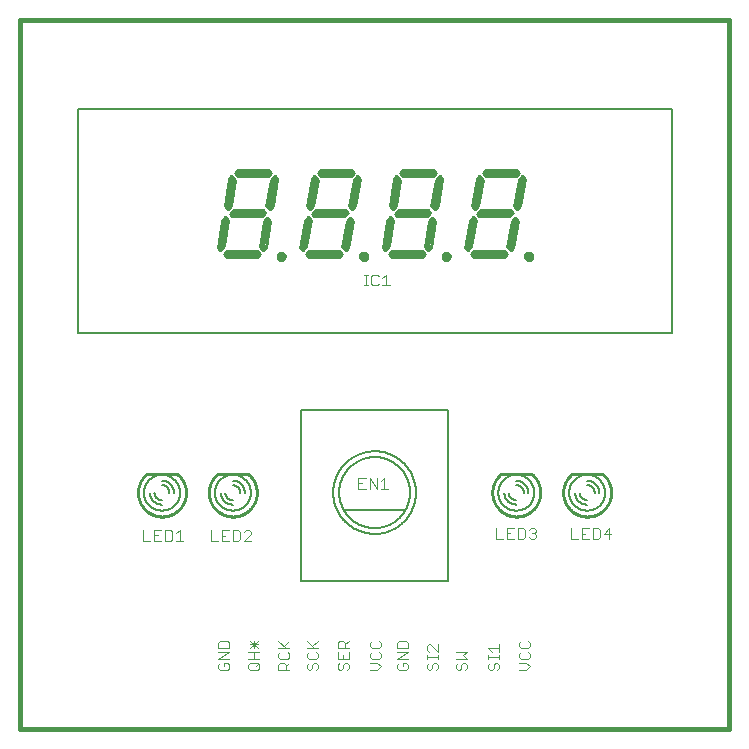
<source format=gto>
G75*
%MOIN*%
%OFA0B0*%
%FSLAX25Y25*%
%IPPOS*%
%LPD*%
%AMOC8*
5,1,8,0,0,1.08239X$1,22.5*
%
%ADD10C,0.01600*%
%ADD11C,0.00300*%
%ADD12C,0.00500*%
%ADD13C,0.01000*%
%ADD14C,0.01200*%
%ADD15C,0.00400*%
%ADD16C,0.00600*%
D10*
X0001800Y0001800D02*
X0001800Y0238020D01*
X0238020Y0238020D01*
X0238020Y0001800D01*
X0001800Y0001800D01*
X0070910Y0160091D02*
X0080410Y0160091D01*
X0082410Y0162591D02*
X0083910Y0170591D01*
X0082410Y0173591D02*
X0072410Y0173591D01*
X0070910Y0176091D02*
X0072410Y0184591D01*
X0074410Y0187091D02*
X0084410Y0187091D01*
X0086410Y0184591D02*
X0084910Y0176091D01*
X0097410Y0171091D02*
X0095910Y0162091D01*
X0098410Y0160091D02*
X0107910Y0160091D01*
X0109910Y0162591D02*
X0111410Y0170591D01*
X0109910Y0173591D02*
X0099910Y0173591D01*
X0098410Y0176091D02*
X0099910Y0184591D01*
X0101910Y0187091D02*
X0111910Y0187091D01*
X0113910Y0184591D02*
X0112410Y0176091D01*
X0124910Y0171091D02*
X0123410Y0162091D01*
X0125910Y0160091D02*
X0135410Y0160091D01*
X0137410Y0162591D02*
X0138910Y0170591D01*
X0137410Y0173591D02*
X0127410Y0173591D01*
X0125910Y0176091D02*
X0127410Y0184591D01*
X0129410Y0187091D02*
X0139410Y0187091D01*
X0141410Y0184591D02*
X0139910Y0176091D01*
X0152410Y0171091D02*
X0150910Y0162091D01*
X0153410Y0160091D02*
X0162910Y0160091D01*
X0164910Y0162591D02*
X0166410Y0170591D01*
X0164910Y0173591D02*
X0154910Y0173591D01*
X0153410Y0176091D02*
X0154910Y0184591D01*
X0156910Y0187091D02*
X0166910Y0187091D01*
X0168910Y0184591D02*
X0167410Y0176091D01*
X0069910Y0171091D02*
X0068410Y0162091D01*
D11*
X0114536Y0085513D02*
X0114536Y0081810D01*
X0117004Y0081810D01*
X0118219Y0081810D02*
X0118219Y0085513D01*
X0120687Y0081810D01*
X0120687Y0085513D01*
X0121902Y0084279D02*
X0123136Y0085513D01*
X0123136Y0081810D01*
X0121902Y0081810D02*
X0124371Y0081810D01*
X0117004Y0085513D02*
X0114536Y0085513D01*
X0114536Y0083662D02*
X0115770Y0083662D01*
X0118977Y0031155D02*
X0118360Y0030538D01*
X0118360Y0029304D01*
X0118977Y0028686D01*
X0121446Y0028686D01*
X0122063Y0029304D01*
X0122063Y0030538D01*
X0121446Y0031155D01*
X0121446Y0027472D02*
X0122063Y0026855D01*
X0122063Y0025620D01*
X0121446Y0025003D01*
X0118977Y0025003D01*
X0118360Y0025620D01*
X0118360Y0026855D01*
X0118977Y0027472D01*
X0118360Y0023789D02*
X0120829Y0023789D01*
X0122063Y0022554D01*
X0120829Y0021320D01*
X0118360Y0021320D01*
X0111256Y0021937D02*
X0110639Y0021320D01*
X0111256Y0021937D02*
X0111256Y0023172D01*
X0110639Y0023789D01*
X0110022Y0023789D01*
X0109405Y0023172D01*
X0109405Y0021937D01*
X0108788Y0021320D01*
X0108170Y0021320D01*
X0107553Y0021937D01*
X0107553Y0023172D01*
X0108170Y0023789D01*
X0107553Y0025003D02*
X0111256Y0025003D01*
X0111256Y0027472D01*
X0111256Y0028686D02*
X0107553Y0028686D01*
X0107553Y0030538D01*
X0108170Y0031155D01*
X0109405Y0031155D01*
X0110022Y0030538D01*
X0110022Y0028686D01*
X0110022Y0029921D02*
X0111256Y0031155D01*
X0107553Y0027472D02*
X0107553Y0025003D01*
X0109405Y0025003D02*
X0109405Y0026238D01*
X0100991Y0025620D02*
X0100991Y0026855D01*
X0100373Y0027472D01*
X0099756Y0028686D02*
X0097287Y0031155D01*
X0097287Y0028686D02*
X0100991Y0028686D01*
X0099139Y0029304D02*
X0100991Y0031155D01*
X0097905Y0027472D02*
X0097287Y0026855D01*
X0097287Y0025620D01*
X0097905Y0025003D01*
X0100373Y0025003D01*
X0100991Y0025620D01*
X0100373Y0023789D02*
X0100991Y0023172D01*
X0100991Y0021937D01*
X0100373Y0021320D01*
X0099139Y0021937D02*
X0098522Y0021320D01*
X0097905Y0021320D01*
X0097287Y0021937D01*
X0097287Y0023172D01*
X0097905Y0023789D01*
X0099139Y0023172D02*
X0099756Y0023789D01*
X0100373Y0023789D01*
X0099139Y0023172D02*
X0099139Y0021937D01*
X0091522Y0021320D02*
X0087819Y0021320D01*
X0087819Y0023172D01*
X0088436Y0023789D01*
X0089670Y0023789D01*
X0090288Y0023172D01*
X0090288Y0021320D01*
X0090288Y0022554D02*
X0091522Y0023789D01*
X0090905Y0025003D02*
X0091522Y0025620D01*
X0091522Y0026855D01*
X0090905Y0027472D01*
X0091522Y0028686D02*
X0087819Y0028686D01*
X0088436Y0027472D02*
X0087819Y0026855D01*
X0087819Y0025620D01*
X0088436Y0025003D01*
X0090905Y0025003D01*
X0090288Y0028686D02*
X0087819Y0031155D01*
X0089670Y0029304D02*
X0091522Y0031155D01*
X0080905Y0031155D02*
X0078436Y0028686D01*
X0079670Y0028686D02*
X0079670Y0031155D01*
X0078436Y0031155D02*
X0080905Y0028686D01*
X0080905Y0029921D02*
X0078436Y0029921D01*
X0077819Y0027472D02*
X0081522Y0027472D01*
X0079670Y0027472D02*
X0079670Y0025003D01*
X0078436Y0023789D02*
X0080905Y0023789D01*
X0081522Y0023172D01*
X0081522Y0021937D01*
X0080905Y0021320D01*
X0078436Y0021320D01*
X0077819Y0021937D01*
X0077819Y0023172D01*
X0078436Y0023789D01*
X0077819Y0025003D02*
X0081522Y0025003D01*
X0081522Y0023789D02*
X0080288Y0022554D01*
X0071522Y0021937D02*
X0070905Y0021320D01*
X0068436Y0021320D01*
X0067819Y0021937D01*
X0067819Y0023172D01*
X0068436Y0023789D01*
X0069670Y0023789D02*
X0069670Y0022554D01*
X0069670Y0023789D02*
X0070905Y0023789D01*
X0071522Y0023172D01*
X0071522Y0021937D01*
X0071522Y0025003D02*
X0067819Y0025003D01*
X0071522Y0027472D01*
X0067819Y0027472D01*
X0067819Y0028686D02*
X0067819Y0030538D01*
X0068436Y0031155D01*
X0070905Y0031155D01*
X0071522Y0030538D01*
X0071522Y0028686D01*
X0067819Y0028686D01*
X0127396Y0028686D02*
X0127396Y0030538D01*
X0128013Y0031155D01*
X0130482Y0031155D01*
X0131099Y0030538D01*
X0131099Y0028686D01*
X0127396Y0028686D01*
X0127396Y0027472D02*
X0131099Y0027472D01*
X0127396Y0025003D01*
X0131099Y0025003D01*
X0130482Y0023789D02*
X0129247Y0023789D01*
X0129247Y0022554D01*
X0128013Y0021320D02*
X0127396Y0021937D01*
X0127396Y0023172D01*
X0128013Y0023789D01*
X0130482Y0023789D02*
X0131099Y0023172D01*
X0131099Y0021937D01*
X0130482Y0021320D01*
X0128013Y0021320D01*
X0137307Y0021937D02*
X0137924Y0021320D01*
X0138541Y0021320D01*
X0139159Y0021937D01*
X0139159Y0023172D01*
X0139776Y0023789D01*
X0140393Y0023789D01*
X0141010Y0023172D01*
X0141010Y0021937D01*
X0140393Y0021320D01*
X0137307Y0021937D02*
X0137307Y0023172D01*
X0137924Y0023789D01*
X0137307Y0025003D02*
X0137307Y0026238D01*
X0137307Y0025620D02*
X0141010Y0025620D01*
X0141010Y0025003D02*
X0141010Y0026238D01*
X0141010Y0027459D02*
X0138541Y0029927D01*
X0137924Y0029927D01*
X0137307Y0029310D01*
X0137307Y0028076D01*
X0137924Y0027459D01*
X0141010Y0027459D02*
X0141010Y0029927D01*
X0146992Y0027472D02*
X0150695Y0027472D01*
X0149461Y0026238D01*
X0150695Y0025003D01*
X0146992Y0025003D01*
X0147609Y0023789D02*
X0146992Y0023172D01*
X0146992Y0021937D01*
X0147609Y0021320D01*
X0148227Y0021320D01*
X0148844Y0021937D01*
X0148844Y0023172D01*
X0149461Y0023789D01*
X0150078Y0023789D01*
X0150695Y0023172D01*
X0150695Y0021937D01*
X0150078Y0021320D01*
X0157711Y0021937D02*
X0158328Y0021320D01*
X0158945Y0021320D01*
X0159562Y0021937D01*
X0159562Y0023172D01*
X0160179Y0023789D01*
X0160797Y0023789D01*
X0161414Y0023172D01*
X0161414Y0021937D01*
X0160797Y0021320D01*
X0158328Y0023789D02*
X0157711Y0023172D01*
X0157711Y0021937D01*
X0157711Y0025003D02*
X0157711Y0026238D01*
X0157711Y0025620D02*
X0161414Y0025620D01*
X0161414Y0025003D02*
X0161414Y0026238D01*
X0161414Y0027459D02*
X0161414Y0029927D01*
X0161414Y0028693D02*
X0157711Y0028693D01*
X0158945Y0027459D01*
X0168075Y0026855D02*
X0168075Y0025620D01*
X0168692Y0025003D01*
X0171161Y0025003D01*
X0171778Y0025620D01*
X0171778Y0026855D01*
X0171161Y0027472D01*
X0171161Y0028686D02*
X0171778Y0029304D01*
X0171778Y0030538D01*
X0171161Y0031155D01*
X0171161Y0028686D02*
X0168692Y0028686D01*
X0168075Y0029304D01*
X0168075Y0030538D01*
X0168692Y0031155D01*
X0168692Y0027472D02*
X0168075Y0026855D01*
X0168075Y0023789D02*
X0170544Y0023789D01*
X0171778Y0022554D01*
X0170544Y0021320D01*
X0168075Y0021320D01*
D12*
X0144320Y0051013D02*
X0144320Y0108099D01*
X0095501Y0108099D01*
X0095501Y0051013D01*
X0144320Y0051013D01*
X0130146Y0074635D02*
X0109674Y0074635D01*
X0106130Y0080540D02*
X0106134Y0080878D01*
X0106147Y0081216D01*
X0106167Y0081554D01*
X0106196Y0081891D01*
X0106234Y0082227D01*
X0106279Y0082562D01*
X0106333Y0082896D01*
X0106395Y0083228D01*
X0106465Y0083559D01*
X0106543Y0083888D01*
X0106629Y0084215D01*
X0106723Y0084540D01*
X0106826Y0084863D01*
X0106936Y0085182D01*
X0107053Y0085499D01*
X0107179Y0085813D01*
X0107312Y0086124D01*
X0107453Y0086432D01*
X0107601Y0086736D01*
X0107757Y0087036D01*
X0107920Y0087332D01*
X0108090Y0087624D01*
X0108268Y0087912D01*
X0108452Y0088196D01*
X0108644Y0088475D01*
X0108842Y0088749D01*
X0109047Y0089018D01*
X0109258Y0089282D01*
X0109476Y0089541D01*
X0109700Y0089794D01*
X0109930Y0090042D01*
X0110166Y0090284D01*
X0110408Y0090520D01*
X0110656Y0090750D01*
X0110909Y0090974D01*
X0111168Y0091192D01*
X0111432Y0091403D01*
X0111701Y0091608D01*
X0111975Y0091806D01*
X0112254Y0091998D01*
X0112538Y0092182D01*
X0112826Y0092360D01*
X0113118Y0092530D01*
X0113414Y0092693D01*
X0113714Y0092849D01*
X0114018Y0092997D01*
X0114326Y0093138D01*
X0114637Y0093271D01*
X0114951Y0093397D01*
X0115268Y0093514D01*
X0115587Y0093624D01*
X0115910Y0093727D01*
X0116235Y0093821D01*
X0116562Y0093907D01*
X0116891Y0093985D01*
X0117222Y0094055D01*
X0117554Y0094117D01*
X0117888Y0094171D01*
X0118223Y0094216D01*
X0118559Y0094254D01*
X0118896Y0094283D01*
X0119234Y0094303D01*
X0119572Y0094316D01*
X0119910Y0094320D01*
X0120248Y0094316D01*
X0120586Y0094303D01*
X0120924Y0094283D01*
X0121261Y0094254D01*
X0121597Y0094216D01*
X0121932Y0094171D01*
X0122266Y0094117D01*
X0122598Y0094055D01*
X0122929Y0093985D01*
X0123258Y0093907D01*
X0123585Y0093821D01*
X0123910Y0093727D01*
X0124233Y0093624D01*
X0124552Y0093514D01*
X0124869Y0093397D01*
X0125183Y0093271D01*
X0125494Y0093138D01*
X0125802Y0092997D01*
X0126106Y0092849D01*
X0126406Y0092693D01*
X0126702Y0092530D01*
X0126994Y0092360D01*
X0127282Y0092182D01*
X0127566Y0091998D01*
X0127845Y0091806D01*
X0128119Y0091608D01*
X0128388Y0091403D01*
X0128652Y0091192D01*
X0128911Y0090974D01*
X0129164Y0090750D01*
X0129412Y0090520D01*
X0129654Y0090284D01*
X0129890Y0090042D01*
X0130120Y0089794D01*
X0130344Y0089541D01*
X0130562Y0089282D01*
X0130773Y0089018D01*
X0130978Y0088749D01*
X0131176Y0088475D01*
X0131368Y0088196D01*
X0131552Y0087912D01*
X0131730Y0087624D01*
X0131900Y0087332D01*
X0132063Y0087036D01*
X0132219Y0086736D01*
X0132367Y0086432D01*
X0132508Y0086124D01*
X0132641Y0085813D01*
X0132767Y0085499D01*
X0132884Y0085182D01*
X0132994Y0084863D01*
X0133097Y0084540D01*
X0133191Y0084215D01*
X0133277Y0083888D01*
X0133355Y0083559D01*
X0133425Y0083228D01*
X0133487Y0082896D01*
X0133541Y0082562D01*
X0133586Y0082227D01*
X0133624Y0081891D01*
X0133653Y0081554D01*
X0133673Y0081216D01*
X0133686Y0080878D01*
X0133690Y0080540D01*
X0133686Y0080202D01*
X0133673Y0079864D01*
X0133653Y0079526D01*
X0133624Y0079189D01*
X0133586Y0078853D01*
X0133541Y0078518D01*
X0133487Y0078184D01*
X0133425Y0077852D01*
X0133355Y0077521D01*
X0133277Y0077192D01*
X0133191Y0076865D01*
X0133097Y0076540D01*
X0132994Y0076217D01*
X0132884Y0075898D01*
X0132767Y0075581D01*
X0132641Y0075267D01*
X0132508Y0074956D01*
X0132367Y0074648D01*
X0132219Y0074344D01*
X0132063Y0074044D01*
X0131900Y0073748D01*
X0131730Y0073456D01*
X0131552Y0073168D01*
X0131368Y0072884D01*
X0131176Y0072605D01*
X0130978Y0072331D01*
X0130773Y0072062D01*
X0130562Y0071798D01*
X0130344Y0071539D01*
X0130120Y0071286D01*
X0129890Y0071038D01*
X0129654Y0070796D01*
X0129412Y0070560D01*
X0129164Y0070330D01*
X0128911Y0070106D01*
X0128652Y0069888D01*
X0128388Y0069677D01*
X0128119Y0069472D01*
X0127845Y0069274D01*
X0127566Y0069082D01*
X0127282Y0068898D01*
X0126994Y0068720D01*
X0126702Y0068550D01*
X0126406Y0068387D01*
X0126106Y0068231D01*
X0125802Y0068083D01*
X0125494Y0067942D01*
X0125183Y0067809D01*
X0124869Y0067683D01*
X0124552Y0067566D01*
X0124233Y0067456D01*
X0123910Y0067353D01*
X0123585Y0067259D01*
X0123258Y0067173D01*
X0122929Y0067095D01*
X0122598Y0067025D01*
X0122266Y0066963D01*
X0121932Y0066909D01*
X0121597Y0066864D01*
X0121261Y0066826D01*
X0120924Y0066797D01*
X0120586Y0066777D01*
X0120248Y0066764D01*
X0119910Y0066760D01*
X0119572Y0066764D01*
X0119234Y0066777D01*
X0118896Y0066797D01*
X0118559Y0066826D01*
X0118223Y0066864D01*
X0117888Y0066909D01*
X0117554Y0066963D01*
X0117222Y0067025D01*
X0116891Y0067095D01*
X0116562Y0067173D01*
X0116235Y0067259D01*
X0115910Y0067353D01*
X0115587Y0067456D01*
X0115268Y0067566D01*
X0114951Y0067683D01*
X0114637Y0067809D01*
X0114326Y0067942D01*
X0114018Y0068083D01*
X0113714Y0068231D01*
X0113414Y0068387D01*
X0113118Y0068550D01*
X0112826Y0068720D01*
X0112538Y0068898D01*
X0112254Y0069082D01*
X0111975Y0069274D01*
X0111701Y0069472D01*
X0111432Y0069677D01*
X0111168Y0069888D01*
X0110909Y0070106D01*
X0110656Y0070330D01*
X0110408Y0070560D01*
X0110166Y0070796D01*
X0109930Y0071038D01*
X0109700Y0071286D01*
X0109476Y0071539D01*
X0109258Y0071798D01*
X0109047Y0072062D01*
X0108842Y0072331D01*
X0108644Y0072605D01*
X0108452Y0072884D01*
X0108268Y0073168D01*
X0108090Y0073456D01*
X0107920Y0073748D01*
X0107757Y0074044D01*
X0107601Y0074344D01*
X0107453Y0074648D01*
X0107312Y0074956D01*
X0107179Y0075267D01*
X0107053Y0075581D01*
X0106936Y0075898D01*
X0106826Y0076217D01*
X0106723Y0076540D01*
X0106629Y0076865D01*
X0106543Y0077192D01*
X0106465Y0077521D01*
X0106395Y0077852D01*
X0106333Y0078184D01*
X0106279Y0078518D01*
X0106234Y0078853D01*
X0106196Y0079189D01*
X0106167Y0079526D01*
X0106147Y0079864D01*
X0106134Y0080202D01*
X0106130Y0080540D01*
X0108099Y0080540D02*
X0108103Y0080830D01*
X0108113Y0081120D01*
X0108131Y0081409D01*
X0108156Y0081698D01*
X0108188Y0081986D01*
X0108227Y0082273D01*
X0108273Y0082559D01*
X0108326Y0082844D01*
X0108386Y0083128D01*
X0108453Y0083410D01*
X0108527Y0083690D01*
X0108608Y0083969D01*
X0108695Y0084245D01*
X0108789Y0084519D01*
X0108890Y0084791D01*
X0108998Y0085060D01*
X0109112Y0085326D01*
X0109233Y0085590D01*
X0109360Y0085850D01*
X0109494Y0086108D01*
X0109633Y0086362D01*
X0109779Y0086612D01*
X0109931Y0086859D01*
X0110090Y0087102D01*
X0110254Y0087341D01*
X0110423Y0087576D01*
X0110599Y0087807D01*
X0110780Y0088033D01*
X0110967Y0088255D01*
X0111159Y0088472D01*
X0111356Y0088684D01*
X0111558Y0088892D01*
X0111766Y0089094D01*
X0111978Y0089291D01*
X0112195Y0089483D01*
X0112417Y0089670D01*
X0112643Y0089851D01*
X0112874Y0090027D01*
X0113109Y0090196D01*
X0113348Y0090360D01*
X0113591Y0090519D01*
X0113838Y0090671D01*
X0114088Y0090817D01*
X0114342Y0090956D01*
X0114600Y0091090D01*
X0114860Y0091217D01*
X0115124Y0091338D01*
X0115390Y0091452D01*
X0115659Y0091560D01*
X0115931Y0091661D01*
X0116205Y0091755D01*
X0116481Y0091842D01*
X0116760Y0091923D01*
X0117040Y0091997D01*
X0117322Y0092064D01*
X0117606Y0092124D01*
X0117891Y0092177D01*
X0118177Y0092223D01*
X0118464Y0092262D01*
X0118752Y0092294D01*
X0119041Y0092319D01*
X0119330Y0092337D01*
X0119620Y0092347D01*
X0119910Y0092351D01*
X0120200Y0092347D01*
X0120490Y0092337D01*
X0120779Y0092319D01*
X0121068Y0092294D01*
X0121356Y0092262D01*
X0121643Y0092223D01*
X0121929Y0092177D01*
X0122214Y0092124D01*
X0122498Y0092064D01*
X0122780Y0091997D01*
X0123060Y0091923D01*
X0123339Y0091842D01*
X0123615Y0091755D01*
X0123889Y0091661D01*
X0124161Y0091560D01*
X0124430Y0091452D01*
X0124696Y0091338D01*
X0124960Y0091217D01*
X0125220Y0091090D01*
X0125478Y0090956D01*
X0125732Y0090817D01*
X0125982Y0090671D01*
X0126229Y0090519D01*
X0126472Y0090360D01*
X0126711Y0090196D01*
X0126946Y0090027D01*
X0127177Y0089851D01*
X0127403Y0089670D01*
X0127625Y0089483D01*
X0127842Y0089291D01*
X0128054Y0089094D01*
X0128262Y0088892D01*
X0128464Y0088684D01*
X0128661Y0088472D01*
X0128853Y0088255D01*
X0129040Y0088033D01*
X0129221Y0087807D01*
X0129397Y0087576D01*
X0129566Y0087341D01*
X0129730Y0087102D01*
X0129889Y0086859D01*
X0130041Y0086612D01*
X0130187Y0086362D01*
X0130326Y0086108D01*
X0130460Y0085850D01*
X0130587Y0085590D01*
X0130708Y0085326D01*
X0130822Y0085060D01*
X0130930Y0084791D01*
X0131031Y0084519D01*
X0131125Y0084245D01*
X0131212Y0083969D01*
X0131293Y0083690D01*
X0131367Y0083410D01*
X0131434Y0083128D01*
X0131494Y0082844D01*
X0131547Y0082559D01*
X0131593Y0082273D01*
X0131632Y0081986D01*
X0131664Y0081698D01*
X0131689Y0081409D01*
X0131707Y0081120D01*
X0131717Y0080830D01*
X0131721Y0080540D01*
X0131717Y0080250D01*
X0131707Y0079960D01*
X0131689Y0079671D01*
X0131664Y0079382D01*
X0131632Y0079094D01*
X0131593Y0078807D01*
X0131547Y0078521D01*
X0131494Y0078236D01*
X0131434Y0077952D01*
X0131367Y0077670D01*
X0131293Y0077390D01*
X0131212Y0077111D01*
X0131125Y0076835D01*
X0131031Y0076561D01*
X0130930Y0076289D01*
X0130822Y0076020D01*
X0130708Y0075754D01*
X0130587Y0075490D01*
X0130460Y0075230D01*
X0130326Y0074972D01*
X0130187Y0074718D01*
X0130041Y0074468D01*
X0129889Y0074221D01*
X0129730Y0073978D01*
X0129566Y0073739D01*
X0129397Y0073504D01*
X0129221Y0073273D01*
X0129040Y0073047D01*
X0128853Y0072825D01*
X0128661Y0072608D01*
X0128464Y0072396D01*
X0128262Y0072188D01*
X0128054Y0071986D01*
X0127842Y0071789D01*
X0127625Y0071597D01*
X0127403Y0071410D01*
X0127177Y0071229D01*
X0126946Y0071053D01*
X0126711Y0070884D01*
X0126472Y0070720D01*
X0126229Y0070561D01*
X0125982Y0070409D01*
X0125732Y0070263D01*
X0125478Y0070124D01*
X0125220Y0069990D01*
X0124960Y0069863D01*
X0124696Y0069742D01*
X0124430Y0069628D01*
X0124161Y0069520D01*
X0123889Y0069419D01*
X0123615Y0069325D01*
X0123339Y0069238D01*
X0123060Y0069157D01*
X0122780Y0069083D01*
X0122498Y0069016D01*
X0122214Y0068956D01*
X0121929Y0068903D01*
X0121643Y0068857D01*
X0121356Y0068818D01*
X0121068Y0068786D01*
X0120779Y0068761D01*
X0120490Y0068743D01*
X0120200Y0068733D01*
X0119910Y0068729D01*
X0119620Y0068733D01*
X0119330Y0068743D01*
X0119041Y0068761D01*
X0118752Y0068786D01*
X0118464Y0068818D01*
X0118177Y0068857D01*
X0117891Y0068903D01*
X0117606Y0068956D01*
X0117322Y0069016D01*
X0117040Y0069083D01*
X0116760Y0069157D01*
X0116481Y0069238D01*
X0116205Y0069325D01*
X0115931Y0069419D01*
X0115659Y0069520D01*
X0115390Y0069628D01*
X0115124Y0069742D01*
X0114860Y0069863D01*
X0114600Y0069990D01*
X0114342Y0070124D01*
X0114088Y0070263D01*
X0113838Y0070409D01*
X0113591Y0070561D01*
X0113348Y0070720D01*
X0113109Y0070884D01*
X0112874Y0071053D01*
X0112643Y0071229D01*
X0112417Y0071410D01*
X0112195Y0071597D01*
X0111978Y0071789D01*
X0111766Y0071986D01*
X0111558Y0072188D01*
X0111356Y0072396D01*
X0111159Y0072608D01*
X0110967Y0072825D01*
X0110780Y0073047D01*
X0110599Y0073273D01*
X0110423Y0073504D01*
X0110254Y0073739D01*
X0110090Y0073978D01*
X0109931Y0074221D01*
X0109779Y0074468D01*
X0109633Y0074718D01*
X0109494Y0074972D01*
X0109360Y0075230D01*
X0109233Y0075490D01*
X0109112Y0075754D01*
X0108998Y0076020D01*
X0108890Y0076289D01*
X0108789Y0076561D01*
X0108695Y0076835D01*
X0108608Y0077111D01*
X0108527Y0077390D01*
X0108453Y0077670D01*
X0108386Y0077952D01*
X0108326Y0078236D01*
X0108273Y0078521D01*
X0108227Y0078807D01*
X0108188Y0079094D01*
X0108156Y0079382D01*
X0108131Y0079671D01*
X0108113Y0079960D01*
X0108103Y0080250D01*
X0108099Y0080540D01*
X0020894Y0133690D02*
X0020894Y0208493D01*
X0218926Y0208493D01*
X0218926Y0133690D01*
X0020894Y0133690D01*
D13*
X0044044Y0086740D02*
X0054044Y0086740D01*
X0053237Y0073727D02*
X0053072Y0073628D01*
X0052905Y0073533D01*
X0052736Y0073443D01*
X0052565Y0073356D01*
X0052391Y0073274D01*
X0052216Y0073196D01*
X0052039Y0073122D01*
X0051860Y0073052D01*
X0051680Y0072987D01*
X0051498Y0072926D01*
X0051315Y0072869D01*
X0051130Y0072817D01*
X0050944Y0072769D01*
X0050757Y0072726D01*
X0050569Y0072687D01*
X0050381Y0072652D01*
X0050191Y0072623D01*
X0050001Y0072597D01*
X0049810Y0072577D01*
X0049619Y0072561D01*
X0049427Y0072549D01*
X0049236Y0072542D01*
X0049044Y0072540D01*
X0053013Y0073594D02*
X0053182Y0073693D01*
X0053348Y0073797D01*
X0053512Y0073904D01*
X0053673Y0074015D01*
X0053831Y0074130D01*
X0053986Y0074249D01*
X0054139Y0074372D01*
X0054288Y0074498D01*
X0054434Y0074628D01*
X0054577Y0074762D01*
X0054717Y0074899D01*
X0054853Y0075039D01*
X0054986Y0075183D01*
X0055115Y0075330D01*
X0055241Y0075480D01*
X0055362Y0075633D01*
X0055481Y0075789D01*
X0055595Y0075948D01*
X0055705Y0076109D01*
X0055811Y0076274D01*
X0055914Y0076440D01*
X0056012Y0076610D01*
X0056106Y0076781D01*
X0056196Y0076955D01*
X0056281Y0077131D01*
X0056363Y0077309D01*
X0056439Y0077489D01*
X0056512Y0077671D01*
X0056580Y0077854D01*
X0056643Y0078039D01*
X0056702Y0078226D01*
X0056756Y0078414D01*
X0056806Y0078603D01*
X0056851Y0078793D01*
X0056891Y0078985D01*
X0056927Y0079177D01*
X0056958Y0079370D01*
X0056984Y0079564D01*
X0057006Y0079759D01*
X0057022Y0079954D01*
X0057034Y0080149D01*
X0057042Y0080345D01*
X0057044Y0080540D01*
X0049044Y0072540D02*
X0048856Y0072542D01*
X0048668Y0072549D01*
X0048480Y0072560D01*
X0048292Y0072575D01*
X0048105Y0072595D01*
X0047919Y0072620D01*
X0047733Y0072648D01*
X0047547Y0072681D01*
X0047363Y0072719D01*
X0047180Y0072760D01*
X0046997Y0072806D01*
X0046816Y0072857D01*
X0046636Y0072911D01*
X0046457Y0072970D01*
X0046280Y0073033D01*
X0046104Y0073100D01*
X0045930Y0073171D01*
X0045757Y0073246D01*
X0045587Y0073326D01*
X0045418Y0073409D01*
X0045251Y0073496D01*
X0041044Y0080540D02*
X0041046Y0080735D01*
X0041053Y0080929D01*
X0041065Y0081123D01*
X0041082Y0081317D01*
X0041103Y0081511D01*
X0041129Y0081704D01*
X0041160Y0081896D01*
X0041195Y0082088D01*
X0041235Y0082278D01*
X0041280Y0082468D01*
X0041329Y0082656D01*
X0041383Y0082843D01*
X0041441Y0083029D01*
X0041504Y0083213D01*
X0041571Y0083396D01*
X0041643Y0083577D01*
X0041719Y0083756D01*
X0041799Y0083933D01*
X0041884Y0084108D01*
X0041973Y0084282D01*
X0042066Y0084452D01*
X0042163Y0084621D01*
X0042265Y0084787D01*
X0042370Y0084951D01*
X0042479Y0085112D01*
X0042592Y0085271D01*
X0042709Y0085426D01*
X0042830Y0085579D01*
X0042955Y0085728D01*
X0043083Y0085875D01*
X0043214Y0086019D01*
X0043349Y0086159D01*
X0043488Y0086296D01*
X0043629Y0086429D01*
X0043774Y0086559D01*
X0043922Y0086686D01*
X0041044Y0080540D02*
X0041046Y0080348D01*
X0041053Y0080156D01*
X0041065Y0079964D01*
X0041081Y0079772D01*
X0041102Y0079581D01*
X0041127Y0079391D01*
X0041157Y0079201D01*
X0041191Y0079012D01*
X0041230Y0078824D01*
X0041274Y0078637D01*
X0041322Y0078451D01*
X0041374Y0078266D01*
X0041431Y0078082D01*
X0041492Y0077900D01*
X0041558Y0077720D01*
X0041628Y0077541D01*
X0041702Y0077363D01*
X0041780Y0077188D01*
X0041863Y0077014D01*
X0041950Y0076843D01*
X0042040Y0076674D01*
X0042135Y0076507D01*
X0042234Y0076342D01*
X0042337Y0076179D01*
X0042444Y0076020D01*
X0042554Y0075862D01*
X0042668Y0075708D01*
X0042786Y0075556D01*
X0042908Y0075407D01*
X0043033Y0075261D01*
X0043161Y0075119D01*
X0043293Y0074979D01*
X0043428Y0074842D01*
X0043567Y0074709D01*
X0043708Y0074579D01*
X0043853Y0074453D01*
X0044001Y0074330D01*
X0044151Y0074211D01*
X0044305Y0074095D01*
X0044461Y0073983D01*
X0044620Y0073875D01*
X0044781Y0073770D01*
X0044945Y0073670D01*
X0045111Y0073574D01*
X0045279Y0073481D01*
X0057044Y0080540D02*
X0057042Y0080733D01*
X0057035Y0080926D01*
X0057023Y0081118D01*
X0057007Y0081311D01*
X0056986Y0081503D01*
X0056960Y0081694D01*
X0056930Y0081884D01*
X0056895Y0082074D01*
X0056856Y0082263D01*
X0056812Y0082451D01*
X0056764Y0082638D01*
X0056711Y0082824D01*
X0056654Y0083008D01*
X0056592Y0083191D01*
X0056526Y0083372D01*
X0056455Y0083552D01*
X0056381Y0083730D01*
X0056302Y0083906D01*
X0056218Y0084080D01*
X0056131Y0084252D01*
X0056039Y0084422D01*
X0055943Y0084589D01*
X0055844Y0084755D01*
X0055740Y0084918D01*
X0055633Y0085078D01*
X0055521Y0085235D01*
X0055406Y0085390D01*
X0055287Y0085542D01*
X0055165Y0085691D01*
X0055039Y0085838D01*
X0054909Y0085981D01*
X0054776Y0086121D01*
X0054640Y0086257D01*
X0054500Y0086391D01*
X0054358Y0086520D01*
X0054212Y0086647D01*
X0067666Y0086740D02*
X0077666Y0086740D01*
X0076859Y0073727D02*
X0076694Y0073628D01*
X0076527Y0073533D01*
X0076358Y0073443D01*
X0076187Y0073356D01*
X0076013Y0073274D01*
X0075838Y0073196D01*
X0075661Y0073122D01*
X0075482Y0073052D01*
X0075302Y0072987D01*
X0075120Y0072926D01*
X0074937Y0072869D01*
X0074752Y0072817D01*
X0074566Y0072769D01*
X0074379Y0072726D01*
X0074191Y0072687D01*
X0074003Y0072652D01*
X0073813Y0072623D01*
X0073623Y0072597D01*
X0073432Y0072577D01*
X0073241Y0072561D01*
X0073049Y0072549D01*
X0072858Y0072542D01*
X0072666Y0072540D01*
X0076635Y0073594D02*
X0076804Y0073693D01*
X0076970Y0073797D01*
X0077134Y0073904D01*
X0077295Y0074015D01*
X0077453Y0074130D01*
X0077608Y0074249D01*
X0077761Y0074372D01*
X0077910Y0074498D01*
X0078056Y0074628D01*
X0078199Y0074762D01*
X0078339Y0074899D01*
X0078475Y0075039D01*
X0078608Y0075183D01*
X0078737Y0075330D01*
X0078863Y0075480D01*
X0078984Y0075633D01*
X0079103Y0075789D01*
X0079217Y0075948D01*
X0079327Y0076109D01*
X0079433Y0076274D01*
X0079536Y0076440D01*
X0079634Y0076610D01*
X0079728Y0076781D01*
X0079818Y0076955D01*
X0079903Y0077131D01*
X0079985Y0077309D01*
X0080061Y0077489D01*
X0080134Y0077671D01*
X0080202Y0077854D01*
X0080265Y0078039D01*
X0080324Y0078226D01*
X0080378Y0078414D01*
X0080428Y0078603D01*
X0080473Y0078793D01*
X0080513Y0078985D01*
X0080549Y0079177D01*
X0080580Y0079370D01*
X0080606Y0079564D01*
X0080628Y0079759D01*
X0080644Y0079954D01*
X0080656Y0080149D01*
X0080664Y0080345D01*
X0080666Y0080540D01*
X0072666Y0072540D02*
X0072478Y0072542D01*
X0072290Y0072549D01*
X0072102Y0072560D01*
X0071914Y0072575D01*
X0071727Y0072595D01*
X0071541Y0072620D01*
X0071355Y0072648D01*
X0071169Y0072681D01*
X0070985Y0072719D01*
X0070802Y0072760D01*
X0070619Y0072806D01*
X0070438Y0072857D01*
X0070258Y0072911D01*
X0070079Y0072970D01*
X0069902Y0073033D01*
X0069726Y0073100D01*
X0069552Y0073171D01*
X0069379Y0073246D01*
X0069209Y0073326D01*
X0069040Y0073409D01*
X0068873Y0073496D01*
X0064666Y0080540D02*
X0064668Y0080735D01*
X0064675Y0080929D01*
X0064687Y0081123D01*
X0064704Y0081317D01*
X0064725Y0081511D01*
X0064751Y0081704D01*
X0064782Y0081896D01*
X0064817Y0082088D01*
X0064857Y0082278D01*
X0064902Y0082468D01*
X0064951Y0082656D01*
X0065005Y0082843D01*
X0065063Y0083029D01*
X0065126Y0083213D01*
X0065193Y0083396D01*
X0065265Y0083577D01*
X0065341Y0083756D01*
X0065421Y0083933D01*
X0065506Y0084108D01*
X0065595Y0084282D01*
X0065688Y0084452D01*
X0065785Y0084621D01*
X0065887Y0084787D01*
X0065992Y0084951D01*
X0066101Y0085112D01*
X0066214Y0085271D01*
X0066331Y0085426D01*
X0066452Y0085579D01*
X0066577Y0085728D01*
X0066705Y0085875D01*
X0066836Y0086019D01*
X0066971Y0086159D01*
X0067110Y0086296D01*
X0067251Y0086429D01*
X0067396Y0086559D01*
X0067544Y0086686D01*
X0064666Y0080540D02*
X0064668Y0080348D01*
X0064675Y0080156D01*
X0064687Y0079964D01*
X0064703Y0079772D01*
X0064724Y0079581D01*
X0064749Y0079391D01*
X0064779Y0079201D01*
X0064813Y0079012D01*
X0064852Y0078824D01*
X0064896Y0078637D01*
X0064944Y0078451D01*
X0064996Y0078266D01*
X0065053Y0078082D01*
X0065114Y0077900D01*
X0065180Y0077720D01*
X0065250Y0077541D01*
X0065324Y0077363D01*
X0065402Y0077188D01*
X0065485Y0077014D01*
X0065572Y0076843D01*
X0065662Y0076674D01*
X0065757Y0076507D01*
X0065856Y0076342D01*
X0065959Y0076179D01*
X0066066Y0076020D01*
X0066176Y0075862D01*
X0066290Y0075708D01*
X0066408Y0075556D01*
X0066530Y0075407D01*
X0066655Y0075261D01*
X0066783Y0075119D01*
X0066915Y0074979D01*
X0067050Y0074842D01*
X0067189Y0074709D01*
X0067330Y0074579D01*
X0067475Y0074453D01*
X0067623Y0074330D01*
X0067773Y0074211D01*
X0067927Y0074095D01*
X0068083Y0073983D01*
X0068242Y0073875D01*
X0068403Y0073770D01*
X0068567Y0073670D01*
X0068733Y0073574D01*
X0068901Y0073481D01*
X0080666Y0080540D02*
X0080664Y0080733D01*
X0080657Y0080926D01*
X0080645Y0081118D01*
X0080629Y0081311D01*
X0080608Y0081503D01*
X0080582Y0081694D01*
X0080552Y0081884D01*
X0080517Y0082074D01*
X0080478Y0082263D01*
X0080434Y0082451D01*
X0080386Y0082638D01*
X0080333Y0082824D01*
X0080276Y0083008D01*
X0080214Y0083191D01*
X0080148Y0083372D01*
X0080077Y0083552D01*
X0080003Y0083730D01*
X0079924Y0083906D01*
X0079840Y0084080D01*
X0079753Y0084252D01*
X0079661Y0084422D01*
X0079565Y0084589D01*
X0079466Y0084755D01*
X0079362Y0084918D01*
X0079255Y0085078D01*
X0079143Y0085235D01*
X0079028Y0085390D01*
X0078909Y0085542D01*
X0078787Y0085691D01*
X0078661Y0085838D01*
X0078531Y0085981D01*
X0078398Y0086121D01*
X0078262Y0086257D01*
X0078122Y0086391D01*
X0077980Y0086520D01*
X0077834Y0086647D01*
X0080610Y0159091D02*
X0070610Y0159091D01*
X0069610Y0160091D01*
X0070610Y0161091D01*
X0080610Y0161091D01*
X0081610Y0160091D01*
X0080610Y0159091D01*
X0082810Y0161291D02*
X0083610Y0162091D01*
X0085110Y0170991D01*
X0084110Y0171991D01*
X0083110Y0170991D01*
X0081610Y0162491D01*
X0082810Y0161291D01*
X0082310Y0172591D02*
X0072310Y0172591D01*
X0071610Y0173291D01*
X0072910Y0174591D01*
X0082510Y0174591D01*
X0082710Y0174591D02*
X0083510Y0173791D01*
X0082310Y0172591D01*
X0084910Y0174891D02*
X0085910Y0175891D01*
X0087410Y0185091D01*
X0086610Y0185891D01*
X0085410Y0184691D01*
X0083810Y0175991D01*
X0084910Y0174891D01*
X0084410Y0186091D02*
X0074410Y0186091D01*
X0073410Y0187091D01*
X0074410Y0188091D01*
X0084410Y0188091D01*
X0085410Y0187091D01*
X0084410Y0186091D01*
X0073410Y0184691D02*
X0071910Y0175991D01*
X0070910Y0174991D01*
X0069910Y0175991D01*
X0071410Y0185091D01*
X0072210Y0185891D01*
X0073410Y0184691D01*
X0070210Y0172291D02*
X0069110Y0171191D01*
X0067610Y0162091D01*
X0068410Y0161291D01*
X0069710Y0162591D01*
X0071210Y0171291D01*
X0070210Y0172291D01*
X0096610Y0171191D02*
X0095110Y0162091D01*
X0095910Y0161291D01*
X0097210Y0162591D01*
X0098710Y0171291D01*
X0097710Y0172291D01*
X0096610Y0171191D01*
X0099110Y0173291D02*
X0099810Y0172591D01*
X0109810Y0172591D01*
X0111010Y0173791D01*
X0110210Y0174591D01*
X0110010Y0174591D02*
X0100410Y0174591D01*
X0099110Y0173291D01*
X0098410Y0174991D02*
X0099410Y0175991D01*
X0100910Y0184691D01*
X0099710Y0185891D01*
X0098910Y0185091D01*
X0097410Y0175991D01*
X0098410Y0174991D01*
X0101910Y0186091D02*
X0100910Y0187091D01*
X0101910Y0188091D01*
X0111910Y0188091D01*
X0112910Y0187091D01*
X0111910Y0186091D01*
X0101910Y0186091D01*
X0112910Y0184691D02*
X0111310Y0175991D01*
X0112410Y0174891D01*
X0113410Y0175891D01*
X0114910Y0185091D01*
X0114110Y0185891D01*
X0112910Y0184691D01*
X0126410Y0185091D02*
X0124910Y0175991D01*
X0125910Y0174991D01*
X0126910Y0175991D01*
X0128410Y0184691D01*
X0127210Y0185891D01*
X0126410Y0185091D01*
X0128410Y0187091D02*
X0129410Y0188091D01*
X0139410Y0188091D01*
X0140410Y0187091D01*
X0139410Y0186091D01*
X0129410Y0186091D01*
X0128410Y0187091D01*
X0140410Y0184691D02*
X0138810Y0175991D01*
X0139910Y0174891D01*
X0140910Y0175891D01*
X0142410Y0185091D01*
X0141610Y0185891D01*
X0140410Y0184691D01*
X0137710Y0174591D02*
X0138510Y0173791D01*
X0137310Y0172591D01*
X0127310Y0172591D01*
X0126610Y0173291D01*
X0127910Y0174591D01*
X0137510Y0174591D01*
X0139110Y0171991D02*
X0138110Y0170991D01*
X0136610Y0162491D01*
X0137810Y0161291D01*
X0138610Y0162091D01*
X0140110Y0170991D01*
X0139110Y0171991D01*
X0135610Y0161091D02*
X0136610Y0160091D01*
X0135610Y0159091D01*
X0125610Y0159091D01*
X0124610Y0160091D01*
X0125610Y0161091D01*
X0135610Y0161091D01*
X0124710Y0162591D02*
X0126210Y0171291D01*
X0125210Y0172291D01*
X0124110Y0171191D01*
X0122610Y0162091D01*
X0123410Y0161291D01*
X0124710Y0162591D01*
X0111110Y0162091D02*
X0110310Y0161291D01*
X0109110Y0162491D01*
X0110610Y0170991D01*
X0111610Y0171991D01*
X0112610Y0170991D01*
X0111110Y0162091D01*
X0109110Y0160091D02*
X0108110Y0159091D01*
X0098110Y0159091D01*
X0097110Y0160091D01*
X0098110Y0161091D01*
X0108110Y0161091D01*
X0109110Y0160091D01*
X0150110Y0162091D02*
X0151610Y0171191D01*
X0152710Y0172291D01*
X0153710Y0171291D01*
X0152210Y0162591D01*
X0150910Y0161291D01*
X0150110Y0162091D01*
X0152110Y0160091D02*
X0153110Y0159091D01*
X0163110Y0159091D01*
X0164110Y0160091D01*
X0163110Y0161091D01*
X0153110Y0161091D01*
X0152110Y0160091D01*
X0164110Y0162491D02*
X0165310Y0161291D01*
X0166110Y0162091D01*
X0167610Y0170991D01*
X0166610Y0171991D01*
X0165610Y0170991D01*
X0164110Y0162491D01*
X0164810Y0172591D02*
X0154810Y0172591D01*
X0154110Y0173291D01*
X0155410Y0174591D01*
X0165010Y0174591D01*
X0165210Y0174591D02*
X0166010Y0173791D01*
X0164810Y0172591D01*
X0167410Y0174891D02*
X0168410Y0175891D01*
X0169910Y0185091D01*
X0169110Y0185891D01*
X0167910Y0184691D01*
X0166310Y0175991D01*
X0167410Y0174891D01*
X0166910Y0186091D02*
X0156910Y0186091D01*
X0155910Y0187091D01*
X0156910Y0188091D01*
X0166910Y0188091D01*
X0167910Y0187091D01*
X0166910Y0186091D01*
X0155910Y0184691D02*
X0154410Y0175991D01*
X0153410Y0174991D01*
X0152410Y0175991D01*
X0153910Y0185091D01*
X0154710Y0185891D01*
X0155910Y0184691D01*
X0162154Y0086740D02*
X0172154Y0086740D01*
X0171348Y0073727D02*
X0171183Y0073628D01*
X0171016Y0073533D01*
X0170847Y0073443D01*
X0170676Y0073356D01*
X0170502Y0073274D01*
X0170327Y0073196D01*
X0170150Y0073122D01*
X0169971Y0073052D01*
X0169791Y0072987D01*
X0169609Y0072926D01*
X0169426Y0072869D01*
X0169241Y0072817D01*
X0169055Y0072769D01*
X0168868Y0072726D01*
X0168680Y0072687D01*
X0168492Y0072652D01*
X0168302Y0072623D01*
X0168112Y0072597D01*
X0167921Y0072577D01*
X0167730Y0072561D01*
X0167538Y0072549D01*
X0167347Y0072542D01*
X0167155Y0072540D01*
X0171123Y0073594D02*
X0171292Y0073693D01*
X0171458Y0073797D01*
X0171622Y0073904D01*
X0171783Y0074015D01*
X0171941Y0074130D01*
X0172096Y0074249D01*
X0172249Y0074372D01*
X0172398Y0074498D01*
X0172544Y0074628D01*
X0172687Y0074762D01*
X0172827Y0074899D01*
X0172963Y0075039D01*
X0173096Y0075183D01*
X0173225Y0075330D01*
X0173351Y0075480D01*
X0173472Y0075633D01*
X0173591Y0075789D01*
X0173705Y0075948D01*
X0173815Y0076109D01*
X0173921Y0076274D01*
X0174024Y0076440D01*
X0174122Y0076610D01*
X0174216Y0076781D01*
X0174306Y0076955D01*
X0174391Y0077131D01*
X0174473Y0077309D01*
X0174549Y0077489D01*
X0174622Y0077671D01*
X0174690Y0077854D01*
X0174753Y0078039D01*
X0174812Y0078226D01*
X0174866Y0078414D01*
X0174916Y0078603D01*
X0174961Y0078793D01*
X0175001Y0078985D01*
X0175037Y0079177D01*
X0175068Y0079370D01*
X0175094Y0079564D01*
X0175116Y0079759D01*
X0175132Y0079954D01*
X0175144Y0080149D01*
X0175152Y0080345D01*
X0175154Y0080540D01*
X0167154Y0072540D02*
X0166966Y0072542D01*
X0166778Y0072549D01*
X0166590Y0072560D01*
X0166402Y0072575D01*
X0166215Y0072595D01*
X0166029Y0072620D01*
X0165843Y0072648D01*
X0165657Y0072681D01*
X0165473Y0072719D01*
X0165290Y0072760D01*
X0165107Y0072806D01*
X0164926Y0072857D01*
X0164746Y0072911D01*
X0164567Y0072970D01*
X0164390Y0073033D01*
X0164214Y0073100D01*
X0164040Y0073171D01*
X0163867Y0073246D01*
X0163697Y0073326D01*
X0163528Y0073409D01*
X0163361Y0073496D01*
X0159154Y0080540D02*
X0159156Y0080735D01*
X0159163Y0080929D01*
X0159175Y0081123D01*
X0159192Y0081317D01*
X0159213Y0081511D01*
X0159239Y0081704D01*
X0159270Y0081896D01*
X0159305Y0082088D01*
X0159345Y0082278D01*
X0159390Y0082468D01*
X0159439Y0082656D01*
X0159493Y0082843D01*
X0159551Y0083029D01*
X0159614Y0083213D01*
X0159681Y0083396D01*
X0159753Y0083577D01*
X0159829Y0083756D01*
X0159909Y0083933D01*
X0159994Y0084108D01*
X0160083Y0084282D01*
X0160176Y0084452D01*
X0160273Y0084621D01*
X0160375Y0084787D01*
X0160480Y0084951D01*
X0160589Y0085112D01*
X0160702Y0085271D01*
X0160819Y0085426D01*
X0160940Y0085579D01*
X0161065Y0085728D01*
X0161193Y0085875D01*
X0161324Y0086019D01*
X0161459Y0086159D01*
X0161598Y0086296D01*
X0161739Y0086429D01*
X0161884Y0086559D01*
X0162032Y0086686D01*
X0159154Y0080540D02*
X0159156Y0080348D01*
X0159163Y0080156D01*
X0159175Y0079964D01*
X0159191Y0079772D01*
X0159212Y0079581D01*
X0159237Y0079391D01*
X0159267Y0079201D01*
X0159301Y0079012D01*
X0159340Y0078824D01*
X0159384Y0078637D01*
X0159432Y0078451D01*
X0159484Y0078266D01*
X0159541Y0078082D01*
X0159602Y0077900D01*
X0159668Y0077720D01*
X0159738Y0077541D01*
X0159812Y0077363D01*
X0159890Y0077188D01*
X0159973Y0077014D01*
X0160060Y0076843D01*
X0160150Y0076674D01*
X0160245Y0076507D01*
X0160344Y0076342D01*
X0160447Y0076179D01*
X0160554Y0076020D01*
X0160664Y0075862D01*
X0160778Y0075708D01*
X0160896Y0075556D01*
X0161018Y0075407D01*
X0161143Y0075261D01*
X0161271Y0075119D01*
X0161403Y0074979D01*
X0161538Y0074842D01*
X0161677Y0074709D01*
X0161818Y0074579D01*
X0161963Y0074453D01*
X0162111Y0074330D01*
X0162261Y0074211D01*
X0162415Y0074095D01*
X0162571Y0073983D01*
X0162730Y0073875D01*
X0162891Y0073770D01*
X0163055Y0073670D01*
X0163221Y0073574D01*
X0163389Y0073481D01*
X0175154Y0080540D02*
X0175152Y0080733D01*
X0175145Y0080926D01*
X0175133Y0081118D01*
X0175117Y0081311D01*
X0175096Y0081503D01*
X0175070Y0081694D01*
X0175040Y0081884D01*
X0175005Y0082074D01*
X0174966Y0082263D01*
X0174922Y0082451D01*
X0174874Y0082638D01*
X0174821Y0082824D01*
X0174764Y0083008D01*
X0174702Y0083191D01*
X0174636Y0083372D01*
X0174565Y0083552D01*
X0174491Y0083730D01*
X0174412Y0083906D01*
X0174328Y0084080D01*
X0174241Y0084252D01*
X0174149Y0084422D01*
X0174053Y0084589D01*
X0173954Y0084755D01*
X0173850Y0084918D01*
X0173743Y0085078D01*
X0173631Y0085235D01*
X0173516Y0085390D01*
X0173397Y0085542D01*
X0173275Y0085691D01*
X0173149Y0085838D01*
X0173019Y0085981D01*
X0172886Y0086121D01*
X0172750Y0086257D01*
X0172610Y0086391D01*
X0172468Y0086520D01*
X0172322Y0086647D01*
X0185776Y0086740D02*
X0195776Y0086740D01*
X0194970Y0073727D02*
X0194805Y0073628D01*
X0194638Y0073533D01*
X0194469Y0073443D01*
X0194298Y0073356D01*
X0194124Y0073274D01*
X0193949Y0073196D01*
X0193772Y0073122D01*
X0193593Y0073052D01*
X0193413Y0072987D01*
X0193231Y0072926D01*
X0193048Y0072869D01*
X0192863Y0072817D01*
X0192677Y0072769D01*
X0192490Y0072726D01*
X0192302Y0072687D01*
X0192114Y0072652D01*
X0191924Y0072623D01*
X0191734Y0072597D01*
X0191543Y0072577D01*
X0191352Y0072561D01*
X0191160Y0072549D01*
X0190969Y0072542D01*
X0190777Y0072540D01*
X0194745Y0073594D02*
X0194914Y0073693D01*
X0195080Y0073797D01*
X0195244Y0073904D01*
X0195405Y0074015D01*
X0195563Y0074130D01*
X0195718Y0074249D01*
X0195871Y0074372D01*
X0196020Y0074498D01*
X0196166Y0074628D01*
X0196309Y0074762D01*
X0196449Y0074899D01*
X0196585Y0075039D01*
X0196718Y0075183D01*
X0196847Y0075330D01*
X0196973Y0075480D01*
X0197094Y0075633D01*
X0197213Y0075789D01*
X0197327Y0075948D01*
X0197437Y0076109D01*
X0197543Y0076274D01*
X0197646Y0076440D01*
X0197744Y0076610D01*
X0197838Y0076781D01*
X0197928Y0076955D01*
X0198013Y0077131D01*
X0198095Y0077309D01*
X0198171Y0077489D01*
X0198244Y0077671D01*
X0198312Y0077854D01*
X0198375Y0078039D01*
X0198434Y0078226D01*
X0198488Y0078414D01*
X0198538Y0078603D01*
X0198583Y0078793D01*
X0198623Y0078985D01*
X0198659Y0079177D01*
X0198690Y0079370D01*
X0198716Y0079564D01*
X0198738Y0079759D01*
X0198754Y0079954D01*
X0198766Y0080149D01*
X0198774Y0080345D01*
X0198776Y0080540D01*
X0190776Y0072540D02*
X0190588Y0072542D01*
X0190400Y0072549D01*
X0190212Y0072560D01*
X0190024Y0072575D01*
X0189837Y0072595D01*
X0189651Y0072620D01*
X0189465Y0072648D01*
X0189279Y0072681D01*
X0189095Y0072719D01*
X0188912Y0072760D01*
X0188729Y0072806D01*
X0188548Y0072857D01*
X0188368Y0072911D01*
X0188189Y0072970D01*
X0188012Y0073033D01*
X0187836Y0073100D01*
X0187662Y0073171D01*
X0187489Y0073246D01*
X0187319Y0073326D01*
X0187150Y0073409D01*
X0186983Y0073496D01*
X0182776Y0080540D02*
X0182778Y0080735D01*
X0182785Y0080929D01*
X0182797Y0081123D01*
X0182814Y0081317D01*
X0182835Y0081511D01*
X0182861Y0081704D01*
X0182892Y0081896D01*
X0182927Y0082088D01*
X0182967Y0082278D01*
X0183012Y0082468D01*
X0183061Y0082656D01*
X0183115Y0082843D01*
X0183173Y0083029D01*
X0183236Y0083213D01*
X0183303Y0083396D01*
X0183375Y0083577D01*
X0183451Y0083756D01*
X0183531Y0083933D01*
X0183616Y0084108D01*
X0183705Y0084282D01*
X0183798Y0084452D01*
X0183895Y0084621D01*
X0183997Y0084787D01*
X0184102Y0084951D01*
X0184211Y0085112D01*
X0184324Y0085271D01*
X0184441Y0085426D01*
X0184562Y0085579D01*
X0184687Y0085728D01*
X0184815Y0085875D01*
X0184946Y0086019D01*
X0185081Y0086159D01*
X0185220Y0086296D01*
X0185361Y0086429D01*
X0185506Y0086559D01*
X0185654Y0086686D01*
X0182776Y0080540D02*
X0182778Y0080348D01*
X0182785Y0080156D01*
X0182797Y0079964D01*
X0182813Y0079772D01*
X0182834Y0079581D01*
X0182859Y0079391D01*
X0182889Y0079201D01*
X0182923Y0079012D01*
X0182962Y0078824D01*
X0183006Y0078637D01*
X0183054Y0078451D01*
X0183106Y0078266D01*
X0183163Y0078082D01*
X0183224Y0077900D01*
X0183290Y0077720D01*
X0183360Y0077541D01*
X0183434Y0077363D01*
X0183512Y0077188D01*
X0183595Y0077014D01*
X0183682Y0076843D01*
X0183772Y0076674D01*
X0183867Y0076507D01*
X0183966Y0076342D01*
X0184069Y0076179D01*
X0184176Y0076020D01*
X0184286Y0075862D01*
X0184400Y0075708D01*
X0184518Y0075556D01*
X0184640Y0075407D01*
X0184765Y0075261D01*
X0184893Y0075119D01*
X0185025Y0074979D01*
X0185160Y0074842D01*
X0185299Y0074709D01*
X0185440Y0074579D01*
X0185585Y0074453D01*
X0185733Y0074330D01*
X0185883Y0074211D01*
X0186037Y0074095D01*
X0186193Y0073983D01*
X0186352Y0073875D01*
X0186513Y0073770D01*
X0186677Y0073670D01*
X0186843Y0073574D01*
X0187011Y0073481D01*
X0198776Y0080540D02*
X0198774Y0080733D01*
X0198767Y0080926D01*
X0198755Y0081118D01*
X0198739Y0081311D01*
X0198718Y0081503D01*
X0198692Y0081694D01*
X0198662Y0081884D01*
X0198627Y0082074D01*
X0198588Y0082263D01*
X0198544Y0082451D01*
X0198496Y0082638D01*
X0198443Y0082824D01*
X0198386Y0083008D01*
X0198324Y0083191D01*
X0198258Y0083372D01*
X0198187Y0083552D01*
X0198113Y0083730D01*
X0198034Y0083906D01*
X0197950Y0084080D01*
X0197863Y0084252D01*
X0197771Y0084422D01*
X0197675Y0084589D01*
X0197576Y0084755D01*
X0197472Y0084918D01*
X0197365Y0085078D01*
X0197253Y0085235D01*
X0197138Y0085390D01*
X0197019Y0085542D01*
X0196897Y0085691D01*
X0196771Y0085838D01*
X0196641Y0085981D01*
X0196508Y0086121D01*
X0196372Y0086257D01*
X0196232Y0086391D01*
X0196090Y0086520D01*
X0195944Y0086647D01*
D14*
X0171910Y0159091D02*
X0170910Y0159091D01*
X0170410Y0159091D02*
X0170412Y0159154D01*
X0170418Y0159216D01*
X0170428Y0159278D01*
X0170441Y0159340D01*
X0170459Y0159400D01*
X0170480Y0159459D01*
X0170505Y0159517D01*
X0170534Y0159573D01*
X0170566Y0159627D01*
X0170601Y0159679D01*
X0170639Y0159728D01*
X0170681Y0159776D01*
X0170725Y0159820D01*
X0170773Y0159862D01*
X0170822Y0159900D01*
X0170874Y0159935D01*
X0170928Y0159967D01*
X0170984Y0159996D01*
X0171042Y0160021D01*
X0171101Y0160042D01*
X0171161Y0160060D01*
X0171223Y0160073D01*
X0171285Y0160083D01*
X0171347Y0160089D01*
X0171410Y0160091D01*
X0171473Y0160089D01*
X0171535Y0160083D01*
X0171597Y0160073D01*
X0171659Y0160060D01*
X0171719Y0160042D01*
X0171778Y0160021D01*
X0171836Y0159996D01*
X0171892Y0159967D01*
X0171946Y0159935D01*
X0171998Y0159900D01*
X0172047Y0159862D01*
X0172095Y0159820D01*
X0172139Y0159776D01*
X0172181Y0159728D01*
X0172219Y0159679D01*
X0172254Y0159627D01*
X0172286Y0159573D01*
X0172315Y0159517D01*
X0172340Y0159459D01*
X0172361Y0159400D01*
X0172379Y0159340D01*
X0172392Y0159278D01*
X0172402Y0159216D01*
X0172408Y0159154D01*
X0172410Y0159091D01*
X0172408Y0159028D01*
X0172402Y0158966D01*
X0172392Y0158904D01*
X0172379Y0158842D01*
X0172361Y0158782D01*
X0172340Y0158723D01*
X0172315Y0158665D01*
X0172286Y0158609D01*
X0172254Y0158555D01*
X0172219Y0158503D01*
X0172181Y0158454D01*
X0172139Y0158406D01*
X0172095Y0158362D01*
X0172047Y0158320D01*
X0171998Y0158282D01*
X0171946Y0158247D01*
X0171892Y0158215D01*
X0171836Y0158186D01*
X0171778Y0158161D01*
X0171719Y0158140D01*
X0171659Y0158122D01*
X0171597Y0158109D01*
X0171535Y0158099D01*
X0171473Y0158093D01*
X0171410Y0158091D01*
X0171347Y0158093D01*
X0171285Y0158099D01*
X0171223Y0158109D01*
X0171161Y0158122D01*
X0171101Y0158140D01*
X0171042Y0158161D01*
X0170984Y0158186D01*
X0170928Y0158215D01*
X0170874Y0158247D01*
X0170822Y0158282D01*
X0170773Y0158320D01*
X0170725Y0158362D01*
X0170681Y0158406D01*
X0170639Y0158454D01*
X0170601Y0158503D01*
X0170566Y0158555D01*
X0170534Y0158609D01*
X0170505Y0158665D01*
X0170480Y0158723D01*
X0170459Y0158782D01*
X0170441Y0158842D01*
X0170428Y0158904D01*
X0170418Y0158966D01*
X0170412Y0159028D01*
X0170410Y0159091D01*
X0144410Y0159091D02*
X0143410Y0159091D01*
X0142910Y0159091D02*
X0142912Y0159154D01*
X0142918Y0159216D01*
X0142928Y0159278D01*
X0142941Y0159340D01*
X0142959Y0159400D01*
X0142980Y0159459D01*
X0143005Y0159517D01*
X0143034Y0159573D01*
X0143066Y0159627D01*
X0143101Y0159679D01*
X0143139Y0159728D01*
X0143181Y0159776D01*
X0143225Y0159820D01*
X0143273Y0159862D01*
X0143322Y0159900D01*
X0143374Y0159935D01*
X0143428Y0159967D01*
X0143484Y0159996D01*
X0143542Y0160021D01*
X0143601Y0160042D01*
X0143661Y0160060D01*
X0143723Y0160073D01*
X0143785Y0160083D01*
X0143847Y0160089D01*
X0143910Y0160091D01*
X0143973Y0160089D01*
X0144035Y0160083D01*
X0144097Y0160073D01*
X0144159Y0160060D01*
X0144219Y0160042D01*
X0144278Y0160021D01*
X0144336Y0159996D01*
X0144392Y0159967D01*
X0144446Y0159935D01*
X0144498Y0159900D01*
X0144547Y0159862D01*
X0144595Y0159820D01*
X0144639Y0159776D01*
X0144681Y0159728D01*
X0144719Y0159679D01*
X0144754Y0159627D01*
X0144786Y0159573D01*
X0144815Y0159517D01*
X0144840Y0159459D01*
X0144861Y0159400D01*
X0144879Y0159340D01*
X0144892Y0159278D01*
X0144902Y0159216D01*
X0144908Y0159154D01*
X0144910Y0159091D01*
X0144908Y0159028D01*
X0144902Y0158966D01*
X0144892Y0158904D01*
X0144879Y0158842D01*
X0144861Y0158782D01*
X0144840Y0158723D01*
X0144815Y0158665D01*
X0144786Y0158609D01*
X0144754Y0158555D01*
X0144719Y0158503D01*
X0144681Y0158454D01*
X0144639Y0158406D01*
X0144595Y0158362D01*
X0144547Y0158320D01*
X0144498Y0158282D01*
X0144446Y0158247D01*
X0144392Y0158215D01*
X0144336Y0158186D01*
X0144278Y0158161D01*
X0144219Y0158140D01*
X0144159Y0158122D01*
X0144097Y0158109D01*
X0144035Y0158099D01*
X0143973Y0158093D01*
X0143910Y0158091D01*
X0143847Y0158093D01*
X0143785Y0158099D01*
X0143723Y0158109D01*
X0143661Y0158122D01*
X0143601Y0158140D01*
X0143542Y0158161D01*
X0143484Y0158186D01*
X0143428Y0158215D01*
X0143374Y0158247D01*
X0143322Y0158282D01*
X0143273Y0158320D01*
X0143225Y0158362D01*
X0143181Y0158406D01*
X0143139Y0158454D01*
X0143101Y0158503D01*
X0143066Y0158555D01*
X0143034Y0158609D01*
X0143005Y0158665D01*
X0142980Y0158723D01*
X0142959Y0158782D01*
X0142941Y0158842D01*
X0142928Y0158904D01*
X0142918Y0158966D01*
X0142912Y0159028D01*
X0142910Y0159091D01*
X0116910Y0159091D02*
X0115910Y0159091D01*
X0115410Y0159091D02*
X0115412Y0159154D01*
X0115418Y0159216D01*
X0115428Y0159278D01*
X0115441Y0159340D01*
X0115459Y0159400D01*
X0115480Y0159459D01*
X0115505Y0159517D01*
X0115534Y0159573D01*
X0115566Y0159627D01*
X0115601Y0159679D01*
X0115639Y0159728D01*
X0115681Y0159776D01*
X0115725Y0159820D01*
X0115773Y0159862D01*
X0115822Y0159900D01*
X0115874Y0159935D01*
X0115928Y0159967D01*
X0115984Y0159996D01*
X0116042Y0160021D01*
X0116101Y0160042D01*
X0116161Y0160060D01*
X0116223Y0160073D01*
X0116285Y0160083D01*
X0116347Y0160089D01*
X0116410Y0160091D01*
X0116473Y0160089D01*
X0116535Y0160083D01*
X0116597Y0160073D01*
X0116659Y0160060D01*
X0116719Y0160042D01*
X0116778Y0160021D01*
X0116836Y0159996D01*
X0116892Y0159967D01*
X0116946Y0159935D01*
X0116998Y0159900D01*
X0117047Y0159862D01*
X0117095Y0159820D01*
X0117139Y0159776D01*
X0117181Y0159728D01*
X0117219Y0159679D01*
X0117254Y0159627D01*
X0117286Y0159573D01*
X0117315Y0159517D01*
X0117340Y0159459D01*
X0117361Y0159400D01*
X0117379Y0159340D01*
X0117392Y0159278D01*
X0117402Y0159216D01*
X0117408Y0159154D01*
X0117410Y0159091D01*
X0117408Y0159028D01*
X0117402Y0158966D01*
X0117392Y0158904D01*
X0117379Y0158842D01*
X0117361Y0158782D01*
X0117340Y0158723D01*
X0117315Y0158665D01*
X0117286Y0158609D01*
X0117254Y0158555D01*
X0117219Y0158503D01*
X0117181Y0158454D01*
X0117139Y0158406D01*
X0117095Y0158362D01*
X0117047Y0158320D01*
X0116998Y0158282D01*
X0116946Y0158247D01*
X0116892Y0158215D01*
X0116836Y0158186D01*
X0116778Y0158161D01*
X0116719Y0158140D01*
X0116659Y0158122D01*
X0116597Y0158109D01*
X0116535Y0158099D01*
X0116473Y0158093D01*
X0116410Y0158091D01*
X0116347Y0158093D01*
X0116285Y0158099D01*
X0116223Y0158109D01*
X0116161Y0158122D01*
X0116101Y0158140D01*
X0116042Y0158161D01*
X0115984Y0158186D01*
X0115928Y0158215D01*
X0115874Y0158247D01*
X0115822Y0158282D01*
X0115773Y0158320D01*
X0115725Y0158362D01*
X0115681Y0158406D01*
X0115639Y0158454D01*
X0115601Y0158503D01*
X0115566Y0158555D01*
X0115534Y0158609D01*
X0115505Y0158665D01*
X0115480Y0158723D01*
X0115459Y0158782D01*
X0115441Y0158842D01*
X0115428Y0158904D01*
X0115418Y0158966D01*
X0115412Y0159028D01*
X0115410Y0159091D01*
X0089410Y0159091D02*
X0088410Y0159091D01*
X0087910Y0159091D02*
X0087912Y0159154D01*
X0087918Y0159216D01*
X0087928Y0159278D01*
X0087941Y0159340D01*
X0087959Y0159400D01*
X0087980Y0159459D01*
X0088005Y0159517D01*
X0088034Y0159573D01*
X0088066Y0159627D01*
X0088101Y0159679D01*
X0088139Y0159728D01*
X0088181Y0159776D01*
X0088225Y0159820D01*
X0088273Y0159862D01*
X0088322Y0159900D01*
X0088374Y0159935D01*
X0088428Y0159967D01*
X0088484Y0159996D01*
X0088542Y0160021D01*
X0088601Y0160042D01*
X0088661Y0160060D01*
X0088723Y0160073D01*
X0088785Y0160083D01*
X0088847Y0160089D01*
X0088910Y0160091D01*
X0088973Y0160089D01*
X0089035Y0160083D01*
X0089097Y0160073D01*
X0089159Y0160060D01*
X0089219Y0160042D01*
X0089278Y0160021D01*
X0089336Y0159996D01*
X0089392Y0159967D01*
X0089446Y0159935D01*
X0089498Y0159900D01*
X0089547Y0159862D01*
X0089595Y0159820D01*
X0089639Y0159776D01*
X0089681Y0159728D01*
X0089719Y0159679D01*
X0089754Y0159627D01*
X0089786Y0159573D01*
X0089815Y0159517D01*
X0089840Y0159459D01*
X0089861Y0159400D01*
X0089879Y0159340D01*
X0089892Y0159278D01*
X0089902Y0159216D01*
X0089908Y0159154D01*
X0089910Y0159091D01*
X0089908Y0159028D01*
X0089902Y0158966D01*
X0089892Y0158904D01*
X0089879Y0158842D01*
X0089861Y0158782D01*
X0089840Y0158723D01*
X0089815Y0158665D01*
X0089786Y0158609D01*
X0089754Y0158555D01*
X0089719Y0158503D01*
X0089681Y0158454D01*
X0089639Y0158406D01*
X0089595Y0158362D01*
X0089547Y0158320D01*
X0089498Y0158282D01*
X0089446Y0158247D01*
X0089392Y0158215D01*
X0089336Y0158186D01*
X0089278Y0158161D01*
X0089219Y0158140D01*
X0089159Y0158122D01*
X0089097Y0158109D01*
X0089035Y0158099D01*
X0088973Y0158093D01*
X0088910Y0158091D01*
X0088847Y0158093D01*
X0088785Y0158099D01*
X0088723Y0158109D01*
X0088661Y0158122D01*
X0088601Y0158140D01*
X0088542Y0158161D01*
X0088484Y0158186D01*
X0088428Y0158215D01*
X0088374Y0158247D01*
X0088322Y0158282D01*
X0088273Y0158320D01*
X0088225Y0158362D01*
X0088181Y0158406D01*
X0088139Y0158454D01*
X0088101Y0158503D01*
X0088066Y0158555D01*
X0088034Y0158609D01*
X0088005Y0158665D01*
X0087980Y0158723D01*
X0087959Y0158782D01*
X0087941Y0158842D01*
X0087928Y0158904D01*
X0087918Y0158966D01*
X0087912Y0159028D01*
X0087910Y0159091D01*
D15*
X0116380Y0153180D02*
X0117581Y0153180D01*
X0116981Y0153180D02*
X0116981Y0149577D01*
X0117581Y0149577D02*
X0116380Y0149577D01*
X0118836Y0150177D02*
X0118836Y0152579D01*
X0119436Y0153180D01*
X0120637Y0153180D01*
X0121238Y0152579D01*
X0122519Y0151979D02*
X0123720Y0153180D01*
X0123720Y0149577D01*
X0122519Y0149577D02*
X0124921Y0149577D01*
X0121238Y0150177D02*
X0120637Y0149577D01*
X0119436Y0149577D01*
X0118836Y0150177D01*
X0160264Y0068707D02*
X0160264Y0065104D01*
X0162666Y0065104D01*
X0163947Y0065104D02*
X0163947Y0068707D01*
X0166349Y0068707D01*
X0167630Y0068707D02*
X0169431Y0068707D01*
X0170032Y0068107D01*
X0170032Y0065705D01*
X0169431Y0065104D01*
X0167630Y0065104D01*
X0167630Y0068707D01*
X0165148Y0066906D02*
X0163947Y0066906D01*
X0163947Y0065104D02*
X0166349Y0065104D01*
X0171313Y0065705D02*
X0171914Y0065104D01*
X0173115Y0065104D01*
X0173715Y0065705D01*
X0173715Y0066305D01*
X0173115Y0066906D01*
X0172514Y0066906D01*
X0173115Y0066906D02*
X0173715Y0067506D01*
X0173715Y0068107D01*
X0173115Y0068707D01*
X0171914Y0068707D01*
X0171313Y0068107D01*
X0185264Y0068579D02*
X0185264Y0064976D01*
X0187666Y0064976D01*
X0188947Y0064976D02*
X0191349Y0064976D01*
X0192630Y0064976D02*
X0192630Y0068579D01*
X0194431Y0068579D01*
X0195032Y0067979D01*
X0195032Y0065577D01*
X0194431Y0064976D01*
X0192630Y0064976D01*
X0190148Y0066778D02*
X0188947Y0066778D01*
X0188947Y0068579D02*
X0188947Y0064976D01*
X0188947Y0068579D02*
X0191349Y0068579D01*
X0196313Y0066778D02*
X0198715Y0066778D01*
X0198115Y0068579D02*
X0198115Y0064976D01*
X0196313Y0066778D02*
X0198115Y0068579D01*
X0078715Y0067369D02*
X0078715Y0066768D01*
X0076313Y0064366D01*
X0078715Y0064366D01*
X0075032Y0064967D02*
X0075032Y0067369D01*
X0074431Y0067969D01*
X0072630Y0067969D01*
X0072630Y0064366D01*
X0074431Y0064366D01*
X0075032Y0064967D01*
X0076313Y0067369D02*
X0076914Y0067969D01*
X0078115Y0067969D01*
X0078715Y0067369D01*
X0071349Y0067969D02*
X0068947Y0067969D01*
X0068947Y0064366D01*
X0071349Y0064366D01*
X0070148Y0066168D02*
X0068947Y0066168D01*
X0067666Y0064366D02*
X0065264Y0064366D01*
X0065264Y0067969D01*
X0056215Y0064494D02*
X0053813Y0064494D01*
X0055014Y0064494D02*
X0055014Y0068097D01*
X0053813Y0066896D01*
X0052532Y0067497D02*
X0051931Y0068097D01*
X0050130Y0068097D01*
X0050130Y0064494D01*
X0051931Y0064494D01*
X0052532Y0065095D01*
X0052532Y0067497D01*
X0048849Y0068097D02*
X0046447Y0068097D01*
X0046447Y0064494D01*
X0048849Y0064494D01*
X0047648Y0066296D02*
X0046447Y0066296D01*
X0045166Y0064494D02*
X0042764Y0064494D01*
X0042764Y0068097D01*
D16*
X0043044Y0080540D02*
X0043046Y0080694D01*
X0043052Y0080848D01*
X0043062Y0081002D01*
X0043076Y0081156D01*
X0043093Y0081309D01*
X0043115Y0081461D01*
X0043141Y0081613D01*
X0043170Y0081765D01*
X0043204Y0081915D01*
X0043241Y0082065D01*
X0043282Y0082213D01*
X0043327Y0082361D01*
X0043376Y0082507D01*
X0043428Y0082652D01*
X0043484Y0082795D01*
X0043544Y0082938D01*
X0043607Y0083078D01*
X0043674Y0083217D01*
X0043745Y0083354D01*
X0043819Y0083489D01*
X0043896Y0083622D01*
X0043977Y0083754D01*
X0044061Y0083883D01*
X0044149Y0084010D01*
X0044240Y0084134D01*
X0044333Y0084256D01*
X0044431Y0084376D01*
X0044531Y0084493D01*
X0044634Y0084608D01*
X0044740Y0084720D01*
X0044848Y0084829D01*
X0044960Y0084935D01*
X0045074Y0085039D01*
X0045191Y0085139D01*
X0045310Y0085237D01*
X0045432Y0085331D01*
X0045557Y0085422D01*
X0055044Y0080540D02*
X0055042Y0080388D01*
X0055036Y0080237D01*
X0055027Y0080086D01*
X0055013Y0079934D01*
X0054996Y0079784D01*
X0054975Y0079634D01*
X0054950Y0079484D01*
X0054922Y0079335D01*
X0054889Y0079187D01*
X0054853Y0079040D01*
X0054814Y0078893D01*
X0054770Y0078748D01*
X0054723Y0078604D01*
X0054672Y0078461D01*
X0054618Y0078320D01*
X0054560Y0078179D01*
X0054499Y0078041D01*
X0054434Y0077904D01*
X0054365Y0077768D01*
X0054294Y0077635D01*
X0054219Y0077503D01*
X0054140Y0077373D01*
X0054059Y0077246D01*
X0053974Y0077120D01*
X0053886Y0076996D01*
X0053795Y0076875D01*
X0053701Y0076756D01*
X0053603Y0076640D01*
X0053503Y0076526D01*
X0053401Y0076414D01*
X0053295Y0076306D01*
X0053187Y0076200D01*
X0053076Y0076096D01*
X0052962Y0075996D01*
X0052846Y0075898D01*
X0052727Y0075804D01*
X0053030Y0076055D02*
X0052916Y0075957D01*
X0052800Y0075861D01*
X0052682Y0075769D01*
X0052561Y0075679D01*
X0052438Y0075592D01*
X0052313Y0075509D01*
X0052186Y0075429D01*
X0052057Y0075351D01*
X0051926Y0075278D01*
X0051794Y0075207D01*
X0051659Y0075140D01*
X0051523Y0075076D01*
X0051385Y0075016D01*
X0051246Y0074959D01*
X0051106Y0074905D01*
X0050964Y0074855D01*
X0050821Y0074809D01*
X0050677Y0074766D01*
X0050531Y0074727D01*
X0050385Y0074692D01*
X0050238Y0074660D01*
X0050091Y0074632D01*
X0049942Y0074608D01*
X0049793Y0074587D01*
X0049644Y0074570D01*
X0049494Y0074557D01*
X0049344Y0074548D01*
X0049194Y0074542D01*
X0049044Y0074540D01*
X0055044Y0080540D02*
X0055042Y0080692D01*
X0055036Y0080843D01*
X0055027Y0080994D01*
X0055013Y0081146D01*
X0054996Y0081296D01*
X0054975Y0081446D01*
X0054950Y0081596D01*
X0054922Y0081745D01*
X0054889Y0081893D01*
X0054853Y0082040D01*
X0054814Y0082187D01*
X0054770Y0082332D01*
X0054723Y0082476D01*
X0054672Y0082619D01*
X0054618Y0082760D01*
X0054560Y0082901D01*
X0054499Y0083039D01*
X0054434Y0083176D01*
X0054365Y0083312D01*
X0054294Y0083445D01*
X0054219Y0083577D01*
X0054140Y0083707D01*
X0054059Y0083834D01*
X0053974Y0083960D01*
X0053886Y0084084D01*
X0053795Y0084205D01*
X0053701Y0084324D01*
X0053603Y0084440D01*
X0053503Y0084554D01*
X0053401Y0084666D01*
X0053295Y0084774D01*
X0053187Y0084880D01*
X0053076Y0084984D01*
X0052962Y0085084D01*
X0052846Y0085182D01*
X0052727Y0085276D01*
X0049044Y0086540D02*
X0048892Y0086538D01*
X0048740Y0086532D01*
X0048589Y0086523D01*
X0048438Y0086509D01*
X0048287Y0086492D01*
X0048136Y0086471D01*
X0047987Y0086446D01*
X0047837Y0086417D01*
X0047689Y0086385D01*
X0047542Y0086349D01*
X0047395Y0086309D01*
X0047250Y0086265D01*
X0047105Y0086218D01*
X0046962Y0086167D01*
X0046821Y0086113D01*
X0046680Y0086055D01*
X0046541Y0085993D01*
X0046404Y0085928D01*
X0046269Y0085860D01*
X0046135Y0085788D01*
X0046003Y0085712D01*
X0045873Y0085634D01*
X0045745Y0085552D01*
X0045620Y0085467D01*
X0045496Y0085379D01*
X0045375Y0085287D01*
X0045256Y0085193D01*
X0045139Y0085096D01*
X0049044Y0086540D02*
X0049198Y0086538D01*
X0049353Y0086532D01*
X0049507Y0086522D01*
X0049660Y0086508D01*
X0049814Y0086490D01*
X0049967Y0086469D01*
X0050119Y0086443D01*
X0050270Y0086413D01*
X0050421Y0086380D01*
X0050571Y0086342D01*
X0050720Y0086301D01*
X0050867Y0086256D01*
X0051014Y0086207D01*
X0051159Y0086155D01*
X0051303Y0086099D01*
X0051445Y0086039D01*
X0051586Y0085975D01*
X0051725Y0085908D01*
X0051862Y0085837D01*
X0051997Y0085763D01*
X0052131Y0085685D01*
X0052262Y0085604D01*
X0052391Y0085520D01*
X0052518Y0085432D01*
X0052643Y0085341D01*
X0052765Y0085247D01*
X0052885Y0085149D01*
X0049044Y0084540D02*
X0049170Y0084538D01*
X0049295Y0084532D01*
X0049420Y0084522D01*
X0049545Y0084508D01*
X0049670Y0084491D01*
X0049794Y0084469D01*
X0049917Y0084444D01*
X0050039Y0084414D01*
X0050160Y0084381D01*
X0050280Y0084344D01*
X0050399Y0084304D01*
X0050516Y0084259D01*
X0050633Y0084211D01*
X0050747Y0084159D01*
X0050860Y0084104D01*
X0050971Y0084045D01*
X0051080Y0083983D01*
X0051187Y0083917D01*
X0051292Y0083848D01*
X0051395Y0083776D01*
X0051496Y0083701D01*
X0051594Y0083622D01*
X0051689Y0083540D01*
X0051782Y0083456D01*
X0051872Y0083368D01*
X0051960Y0083278D01*
X0052044Y0083185D01*
X0052126Y0083090D01*
X0052205Y0082992D01*
X0052280Y0082891D01*
X0052352Y0082788D01*
X0052421Y0082683D01*
X0052487Y0082576D01*
X0052549Y0082467D01*
X0052608Y0082356D01*
X0052663Y0082243D01*
X0052715Y0082129D01*
X0052763Y0082012D01*
X0052808Y0081895D01*
X0052848Y0081776D01*
X0052885Y0081656D01*
X0052918Y0081535D01*
X0052948Y0081413D01*
X0052973Y0081290D01*
X0052995Y0081166D01*
X0053012Y0081041D01*
X0053026Y0080916D01*
X0053036Y0080791D01*
X0053042Y0080666D01*
X0053044Y0080540D01*
X0049044Y0074540D02*
X0048890Y0074542D01*
X0048735Y0074548D01*
X0048581Y0074558D01*
X0048428Y0074572D01*
X0048274Y0074590D01*
X0048121Y0074611D01*
X0047969Y0074637D01*
X0047818Y0074667D01*
X0047667Y0074700D01*
X0047517Y0074738D01*
X0047368Y0074779D01*
X0047221Y0074824D01*
X0047074Y0074873D01*
X0046929Y0074925D01*
X0046785Y0074981D01*
X0046643Y0075041D01*
X0046502Y0075105D01*
X0046363Y0075172D01*
X0046226Y0075243D01*
X0046091Y0075317D01*
X0045957Y0075395D01*
X0045826Y0075476D01*
X0045697Y0075560D01*
X0045570Y0075648D01*
X0045445Y0075739D01*
X0045323Y0075833D01*
X0045203Y0075931D01*
X0051544Y0080540D02*
X0051542Y0080638D01*
X0051536Y0080736D01*
X0051527Y0080834D01*
X0051513Y0080931D01*
X0051496Y0081028D01*
X0051475Y0081124D01*
X0051450Y0081219D01*
X0051422Y0081313D01*
X0051389Y0081405D01*
X0051354Y0081497D01*
X0051314Y0081587D01*
X0051272Y0081675D01*
X0051225Y0081762D01*
X0051176Y0081846D01*
X0051123Y0081929D01*
X0051067Y0082009D01*
X0051007Y0082088D01*
X0050945Y0082164D01*
X0050880Y0082237D01*
X0050812Y0082308D01*
X0050741Y0082376D01*
X0050668Y0082441D01*
X0050592Y0082503D01*
X0050513Y0082563D01*
X0050433Y0082619D01*
X0050350Y0082672D01*
X0050266Y0082721D01*
X0050179Y0082768D01*
X0050091Y0082810D01*
X0050001Y0082850D01*
X0049909Y0082885D01*
X0049817Y0082918D01*
X0049723Y0082946D01*
X0049628Y0082971D01*
X0049532Y0082992D01*
X0049435Y0083009D01*
X0049338Y0083023D01*
X0049240Y0083032D01*
X0049142Y0083038D01*
X0049044Y0083040D01*
X0045044Y0080540D02*
X0045046Y0080414D01*
X0045052Y0080289D01*
X0045062Y0080164D01*
X0045076Y0080039D01*
X0045093Y0079914D01*
X0045115Y0079790D01*
X0045140Y0079667D01*
X0045170Y0079545D01*
X0045203Y0079424D01*
X0045240Y0079304D01*
X0045280Y0079185D01*
X0045325Y0079068D01*
X0045373Y0078951D01*
X0045425Y0078837D01*
X0045480Y0078724D01*
X0045539Y0078613D01*
X0045601Y0078504D01*
X0045667Y0078397D01*
X0045736Y0078292D01*
X0045808Y0078189D01*
X0045883Y0078088D01*
X0045962Y0077990D01*
X0046044Y0077895D01*
X0046128Y0077802D01*
X0046216Y0077712D01*
X0046306Y0077624D01*
X0046399Y0077540D01*
X0046494Y0077458D01*
X0046592Y0077379D01*
X0046693Y0077304D01*
X0046796Y0077232D01*
X0046901Y0077163D01*
X0047008Y0077097D01*
X0047117Y0077035D01*
X0047228Y0076976D01*
X0047341Y0076921D01*
X0047455Y0076869D01*
X0047572Y0076821D01*
X0047689Y0076776D01*
X0047808Y0076736D01*
X0047928Y0076699D01*
X0048049Y0076666D01*
X0048171Y0076636D01*
X0048294Y0076611D01*
X0048418Y0076589D01*
X0048543Y0076572D01*
X0048668Y0076558D01*
X0048793Y0076548D01*
X0048918Y0076542D01*
X0049044Y0076540D01*
X0049044Y0078040D02*
X0048946Y0078042D01*
X0048848Y0078048D01*
X0048750Y0078057D01*
X0048653Y0078071D01*
X0048556Y0078088D01*
X0048460Y0078109D01*
X0048365Y0078134D01*
X0048271Y0078162D01*
X0048179Y0078195D01*
X0048087Y0078230D01*
X0047997Y0078270D01*
X0047909Y0078312D01*
X0047822Y0078359D01*
X0047738Y0078408D01*
X0047655Y0078461D01*
X0047575Y0078517D01*
X0047496Y0078577D01*
X0047420Y0078639D01*
X0047347Y0078704D01*
X0047276Y0078772D01*
X0047208Y0078843D01*
X0047143Y0078916D01*
X0047081Y0078992D01*
X0047021Y0079071D01*
X0046965Y0079151D01*
X0046912Y0079234D01*
X0046863Y0079318D01*
X0046816Y0079405D01*
X0046774Y0079493D01*
X0046734Y0079583D01*
X0046699Y0079675D01*
X0046666Y0079767D01*
X0046638Y0079861D01*
X0046613Y0079956D01*
X0046592Y0080052D01*
X0046575Y0080149D01*
X0046561Y0080246D01*
X0046552Y0080344D01*
X0046546Y0080442D01*
X0046544Y0080540D01*
X0043044Y0080540D02*
X0043046Y0080390D01*
X0043052Y0080239D01*
X0043061Y0080089D01*
X0043074Y0079940D01*
X0043091Y0079790D01*
X0043112Y0079641D01*
X0043136Y0079493D01*
X0043164Y0079345D01*
X0043196Y0079198D01*
X0043231Y0079052D01*
X0043271Y0078907D01*
X0043313Y0078763D01*
X0043360Y0078620D01*
X0043410Y0078478D01*
X0043463Y0078337D01*
X0043520Y0078198D01*
X0043580Y0078060D01*
X0043644Y0077924D01*
X0043711Y0077790D01*
X0043782Y0077657D01*
X0043856Y0077526D01*
X0043933Y0077397D01*
X0044014Y0077270D01*
X0044097Y0077145D01*
X0044184Y0077022D01*
X0044273Y0076901D01*
X0044366Y0076783D01*
X0044462Y0076667D01*
X0044560Y0076553D01*
X0044661Y0076442D01*
X0044766Y0076333D01*
X0044872Y0076228D01*
X0044982Y0076124D01*
X0045094Y0076024D01*
X0045208Y0075926D01*
X0045325Y0075832D01*
X0045444Y0075740D01*
X0076349Y0085276D02*
X0076468Y0085182D01*
X0076584Y0085084D01*
X0076698Y0084984D01*
X0076809Y0084880D01*
X0076917Y0084774D01*
X0077023Y0084666D01*
X0077125Y0084554D01*
X0077225Y0084440D01*
X0077323Y0084324D01*
X0077417Y0084205D01*
X0077508Y0084084D01*
X0077596Y0083960D01*
X0077681Y0083834D01*
X0077762Y0083707D01*
X0077841Y0083577D01*
X0077916Y0083445D01*
X0077987Y0083312D01*
X0078056Y0083176D01*
X0078121Y0083039D01*
X0078182Y0082901D01*
X0078240Y0082760D01*
X0078294Y0082619D01*
X0078345Y0082476D01*
X0078392Y0082332D01*
X0078436Y0082187D01*
X0078475Y0082040D01*
X0078511Y0081893D01*
X0078544Y0081745D01*
X0078572Y0081596D01*
X0078597Y0081446D01*
X0078618Y0081296D01*
X0078635Y0081146D01*
X0078649Y0080994D01*
X0078658Y0080843D01*
X0078664Y0080692D01*
X0078666Y0080540D01*
X0076652Y0076055D02*
X0076538Y0075957D01*
X0076422Y0075861D01*
X0076304Y0075769D01*
X0076183Y0075679D01*
X0076060Y0075592D01*
X0075935Y0075509D01*
X0075808Y0075429D01*
X0075679Y0075351D01*
X0075548Y0075278D01*
X0075416Y0075207D01*
X0075281Y0075140D01*
X0075145Y0075076D01*
X0075007Y0075016D01*
X0074868Y0074959D01*
X0074728Y0074905D01*
X0074586Y0074855D01*
X0074443Y0074809D01*
X0074299Y0074766D01*
X0074153Y0074727D01*
X0074007Y0074692D01*
X0073860Y0074660D01*
X0073713Y0074632D01*
X0073564Y0074608D01*
X0073415Y0074587D01*
X0073266Y0074570D01*
X0073116Y0074557D01*
X0072966Y0074548D01*
X0072816Y0074542D01*
X0072666Y0074540D01*
X0066666Y0080540D02*
X0066668Y0080694D01*
X0066674Y0080848D01*
X0066684Y0081002D01*
X0066698Y0081156D01*
X0066715Y0081309D01*
X0066737Y0081461D01*
X0066763Y0081613D01*
X0066792Y0081765D01*
X0066826Y0081915D01*
X0066863Y0082065D01*
X0066904Y0082213D01*
X0066949Y0082361D01*
X0066998Y0082507D01*
X0067050Y0082652D01*
X0067106Y0082795D01*
X0067166Y0082938D01*
X0067229Y0083078D01*
X0067296Y0083217D01*
X0067367Y0083354D01*
X0067441Y0083489D01*
X0067518Y0083622D01*
X0067599Y0083754D01*
X0067683Y0083883D01*
X0067771Y0084010D01*
X0067862Y0084134D01*
X0067955Y0084256D01*
X0068053Y0084376D01*
X0068153Y0084493D01*
X0068256Y0084608D01*
X0068362Y0084720D01*
X0068470Y0084829D01*
X0068582Y0084935D01*
X0068696Y0085039D01*
X0068813Y0085139D01*
X0068932Y0085237D01*
X0069054Y0085331D01*
X0069179Y0085422D01*
X0078666Y0080540D02*
X0078664Y0080388D01*
X0078658Y0080237D01*
X0078649Y0080086D01*
X0078635Y0079934D01*
X0078618Y0079784D01*
X0078597Y0079634D01*
X0078572Y0079484D01*
X0078544Y0079335D01*
X0078511Y0079187D01*
X0078475Y0079040D01*
X0078436Y0078893D01*
X0078392Y0078748D01*
X0078345Y0078604D01*
X0078294Y0078461D01*
X0078240Y0078320D01*
X0078182Y0078179D01*
X0078121Y0078041D01*
X0078056Y0077904D01*
X0077987Y0077768D01*
X0077916Y0077635D01*
X0077841Y0077503D01*
X0077762Y0077373D01*
X0077681Y0077246D01*
X0077596Y0077120D01*
X0077508Y0076996D01*
X0077417Y0076875D01*
X0077323Y0076756D01*
X0077225Y0076640D01*
X0077125Y0076526D01*
X0077023Y0076414D01*
X0076917Y0076306D01*
X0076809Y0076200D01*
X0076698Y0076096D01*
X0076584Y0075996D01*
X0076468Y0075898D01*
X0076349Y0075804D01*
X0072666Y0086540D02*
X0072514Y0086538D01*
X0072362Y0086532D01*
X0072211Y0086523D01*
X0072060Y0086509D01*
X0071909Y0086492D01*
X0071758Y0086471D01*
X0071609Y0086446D01*
X0071459Y0086417D01*
X0071311Y0086385D01*
X0071164Y0086349D01*
X0071017Y0086309D01*
X0070872Y0086265D01*
X0070727Y0086218D01*
X0070584Y0086167D01*
X0070443Y0086113D01*
X0070302Y0086055D01*
X0070163Y0085993D01*
X0070026Y0085928D01*
X0069891Y0085860D01*
X0069757Y0085788D01*
X0069625Y0085712D01*
X0069495Y0085634D01*
X0069367Y0085552D01*
X0069242Y0085467D01*
X0069118Y0085379D01*
X0068997Y0085287D01*
X0068878Y0085193D01*
X0068761Y0085096D01*
X0072666Y0086540D02*
X0072820Y0086538D01*
X0072975Y0086532D01*
X0073129Y0086522D01*
X0073282Y0086508D01*
X0073436Y0086490D01*
X0073589Y0086469D01*
X0073741Y0086443D01*
X0073892Y0086413D01*
X0074043Y0086380D01*
X0074193Y0086342D01*
X0074342Y0086301D01*
X0074489Y0086256D01*
X0074636Y0086207D01*
X0074781Y0086155D01*
X0074925Y0086099D01*
X0075067Y0086039D01*
X0075208Y0085975D01*
X0075347Y0085908D01*
X0075484Y0085837D01*
X0075619Y0085763D01*
X0075753Y0085685D01*
X0075884Y0085604D01*
X0076013Y0085520D01*
X0076140Y0085432D01*
X0076265Y0085341D01*
X0076387Y0085247D01*
X0076507Y0085149D01*
X0072666Y0084540D02*
X0072792Y0084538D01*
X0072917Y0084532D01*
X0073042Y0084522D01*
X0073167Y0084508D01*
X0073292Y0084491D01*
X0073416Y0084469D01*
X0073539Y0084444D01*
X0073661Y0084414D01*
X0073782Y0084381D01*
X0073902Y0084344D01*
X0074021Y0084304D01*
X0074138Y0084259D01*
X0074255Y0084211D01*
X0074369Y0084159D01*
X0074482Y0084104D01*
X0074593Y0084045D01*
X0074702Y0083983D01*
X0074809Y0083917D01*
X0074914Y0083848D01*
X0075017Y0083776D01*
X0075118Y0083701D01*
X0075216Y0083622D01*
X0075311Y0083540D01*
X0075404Y0083456D01*
X0075494Y0083368D01*
X0075582Y0083278D01*
X0075666Y0083185D01*
X0075748Y0083090D01*
X0075827Y0082992D01*
X0075902Y0082891D01*
X0075974Y0082788D01*
X0076043Y0082683D01*
X0076109Y0082576D01*
X0076171Y0082467D01*
X0076230Y0082356D01*
X0076285Y0082243D01*
X0076337Y0082129D01*
X0076385Y0082012D01*
X0076430Y0081895D01*
X0076470Y0081776D01*
X0076507Y0081656D01*
X0076540Y0081535D01*
X0076570Y0081413D01*
X0076595Y0081290D01*
X0076617Y0081166D01*
X0076634Y0081041D01*
X0076648Y0080916D01*
X0076658Y0080791D01*
X0076664Y0080666D01*
X0076666Y0080540D01*
X0072666Y0074540D02*
X0072512Y0074542D01*
X0072357Y0074548D01*
X0072203Y0074558D01*
X0072050Y0074572D01*
X0071896Y0074590D01*
X0071743Y0074611D01*
X0071591Y0074637D01*
X0071440Y0074667D01*
X0071289Y0074700D01*
X0071139Y0074738D01*
X0070990Y0074779D01*
X0070843Y0074824D01*
X0070696Y0074873D01*
X0070551Y0074925D01*
X0070407Y0074981D01*
X0070265Y0075041D01*
X0070124Y0075105D01*
X0069985Y0075172D01*
X0069848Y0075243D01*
X0069713Y0075317D01*
X0069579Y0075395D01*
X0069448Y0075476D01*
X0069319Y0075560D01*
X0069192Y0075648D01*
X0069067Y0075739D01*
X0068945Y0075833D01*
X0068825Y0075931D01*
X0075166Y0080540D02*
X0075164Y0080638D01*
X0075158Y0080736D01*
X0075149Y0080834D01*
X0075135Y0080931D01*
X0075118Y0081028D01*
X0075097Y0081124D01*
X0075072Y0081219D01*
X0075044Y0081313D01*
X0075011Y0081405D01*
X0074976Y0081497D01*
X0074936Y0081587D01*
X0074894Y0081675D01*
X0074847Y0081762D01*
X0074798Y0081846D01*
X0074745Y0081929D01*
X0074689Y0082009D01*
X0074629Y0082088D01*
X0074567Y0082164D01*
X0074502Y0082237D01*
X0074434Y0082308D01*
X0074363Y0082376D01*
X0074290Y0082441D01*
X0074214Y0082503D01*
X0074135Y0082563D01*
X0074055Y0082619D01*
X0073972Y0082672D01*
X0073888Y0082721D01*
X0073801Y0082768D01*
X0073713Y0082810D01*
X0073623Y0082850D01*
X0073531Y0082885D01*
X0073439Y0082918D01*
X0073345Y0082946D01*
X0073250Y0082971D01*
X0073154Y0082992D01*
X0073057Y0083009D01*
X0072960Y0083023D01*
X0072862Y0083032D01*
X0072764Y0083038D01*
X0072666Y0083040D01*
X0068666Y0080540D02*
X0068668Y0080414D01*
X0068674Y0080289D01*
X0068684Y0080164D01*
X0068698Y0080039D01*
X0068715Y0079914D01*
X0068737Y0079790D01*
X0068762Y0079667D01*
X0068792Y0079545D01*
X0068825Y0079424D01*
X0068862Y0079304D01*
X0068902Y0079185D01*
X0068947Y0079068D01*
X0068995Y0078951D01*
X0069047Y0078837D01*
X0069102Y0078724D01*
X0069161Y0078613D01*
X0069223Y0078504D01*
X0069289Y0078397D01*
X0069358Y0078292D01*
X0069430Y0078189D01*
X0069505Y0078088D01*
X0069584Y0077990D01*
X0069666Y0077895D01*
X0069750Y0077802D01*
X0069838Y0077712D01*
X0069928Y0077624D01*
X0070021Y0077540D01*
X0070116Y0077458D01*
X0070214Y0077379D01*
X0070315Y0077304D01*
X0070418Y0077232D01*
X0070523Y0077163D01*
X0070630Y0077097D01*
X0070739Y0077035D01*
X0070850Y0076976D01*
X0070963Y0076921D01*
X0071077Y0076869D01*
X0071194Y0076821D01*
X0071311Y0076776D01*
X0071430Y0076736D01*
X0071550Y0076699D01*
X0071671Y0076666D01*
X0071793Y0076636D01*
X0071916Y0076611D01*
X0072040Y0076589D01*
X0072165Y0076572D01*
X0072290Y0076558D01*
X0072415Y0076548D01*
X0072540Y0076542D01*
X0072666Y0076540D01*
X0072666Y0078040D02*
X0072568Y0078042D01*
X0072470Y0078048D01*
X0072372Y0078057D01*
X0072275Y0078071D01*
X0072178Y0078088D01*
X0072082Y0078109D01*
X0071987Y0078134D01*
X0071893Y0078162D01*
X0071801Y0078195D01*
X0071709Y0078230D01*
X0071619Y0078270D01*
X0071531Y0078312D01*
X0071444Y0078359D01*
X0071360Y0078408D01*
X0071277Y0078461D01*
X0071197Y0078517D01*
X0071118Y0078577D01*
X0071042Y0078639D01*
X0070969Y0078704D01*
X0070898Y0078772D01*
X0070830Y0078843D01*
X0070765Y0078916D01*
X0070703Y0078992D01*
X0070643Y0079071D01*
X0070587Y0079151D01*
X0070534Y0079234D01*
X0070485Y0079318D01*
X0070438Y0079405D01*
X0070396Y0079493D01*
X0070356Y0079583D01*
X0070321Y0079675D01*
X0070288Y0079767D01*
X0070260Y0079861D01*
X0070235Y0079956D01*
X0070214Y0080052D01*
X0070197Y0080149D01*
X0070183Y0080246D01*
X0070174Y0080344D01*
X0070168Y0080442D01*
X0070166Y0080540D01*
X0066666Y0080540D02*
X0066668Y0080390D01*
X0066674Y0080239D01*
X0066683Y0080089D01*
X0066696Y0079940D01*
X0066713Y0079790D01*
X0066734Y0079641D01*
X0066758Y0079493D01*
X0066786Y0079345D01*
X0066818Y0079198D01*
X0066853Y0079052D01*
X0066893Y0078907D01*
X0066935Y0078763D01*
X0066982Y0078620D01*
X0067032Y0078478D01*
X0067085Y0078337D01*
X0067142Y0078198D01*
X0067202Y0078060D01*
X0067266Y0077924D01*
X0067333Y0077790D01*
X0067404Y0077657D01*
X0067478Y0077526D01*
X0067555Y0077397D01*
X0067636Y0077270D01*
X0067719Y0077145D01*
X0067806Y0077022D01*
X0067895Y0076901D01*
X0067988Y0076783D01*
X0068084Y0076667D01*
X0068182Y0076553D01*
X0068283Y0076442D01*
X0068388Y0076333D01*
X0068494Y0076228D01*
X0068604Y0076124D01*
X0068716Y0076024D01*
X0068830Y0075926D01*
X0068947Y0075832D01*
X0069066Y0075740D01*
X0167154Y0086540D02*
X0167308Y0086538D01*
X0167463Y0086532D01*
X0167617Y0086522D01*
X0167770Y0086508D01*
X0167924Y0086490D01*
X0168077Y0086469D01*
X0168229Y0086443D01*
X0168380Y0086413D01*
X0168531Y0086380D01*
X0168681Y0086342D01*
X0168830Y0086301D01*
X0168977Y0086256D01*
X0169124Y0086207D01*
X0169269Y0086155D01*
X0169413Y0086099D01*
X0169555Y0086039D01*
X0169696Y0085975D01*
X0169835Y0085908D01*
X0169972Y0085837D01*
X0170107Y0085763D01*
X0170241Y0085685D01*
X0170372Y0085604D01*
X0170501Y0085520D01*
X0170628Y0085432D01*
X0170753Y0085341D01*
X0170875Y0085247D01*
X0170995Y0085149D01*
X0171141Y0076055D02*
X0171027Y0075957D01*
X0170911Y0075861D01*
X0170793Y0075769D01*
X0170672Y0075679D01*
X0170549Y0075592D01*
X0170424Y0075509D01*
X0170297Y0075429D01*
X0170168Y0075351D01*
X0170037Y0075278D01*
X0169905Y0075207D01*
X0169770Y0075140D01*
X0169634Y0075076D01*
X0169496Y0075016D01*
X0169357Y0074959D01*
X0169217Y0074905D01*
X0169075Y0074855D01*
X0168932Y0074809D01*
X0168788Y0074766D01*
X0168642Y0074727D01*
X0168496Y0074692D01*
X0168349Y0074660D01*
X0168202Y0074632D01*
X0168053Y0074608D01*
X0167904Y0074587D01*
X0167755Y0074570D01*
X0167605Y0074557D01*
X0167455Y0074548D01*
X0167305Y0074542D01*
X0167155Y0074540D01*
X0161154Y0080540D02*
X0161156Y0080694D01*
X0161162Y0080848D01*
X0161172Y0081002D01*
X0161186Y0081156D01*
X0161203Y0081309D01*
X0161225Y0081461D01*
X0161251Y0081613D01*
X0161280Y0081765D01*
X0161314Y0081915D01*
X0161351Y0082065D01*
X0161392Y0082213D01*
X0161437Y0082361D01*
X0161486Y0082507D01*
X0161538Y0082652D01*
X0161594Y0082795D01*
X0161654Y0082938D01*
X0161717Y0083078D01*
X0161784Y0083217D01*
X0161855Y0083354D01*
X0161929Y0083489D01*
X0162006Y0083622D01*
X0162087Y0083754D01*
X0162171Y0083883D01*
X0162259Y0084010D01*
X0162350Y0084134D01*
X0162443Y0084256D01*
X0162541Y0084376D01*
X0162641Y0084493D01*
X0162744Y0084608D01*
X0162850Y0084720D01*
X0162958Y0084829D01*
X0163070Y0084935D01*
X0163184Y0085039D01*
X0163301Y0085139D01*
X0163420Y0085237D01*
X0163542Y0085331D01*
X0163667Y0085422D01*
X0173154Y0080540D02*
X0173152Y0080388D01*
X0173146Y0080237D01*
X0173137Y0080086D01*
X0173123Y0079934D01*
X0173106Y0079784D01*
X0173085Y0079634D01*
X0173060Y0079484D01*
X0173032Y0079335D01*
X0172999Y0079187D01*
X0172963Y0079040D01*
X0172924Y0078893D01*
X0172880Y0078748D01*
X0172833Y0078604D01*
X0172782Y0078461D01*
X0172728Y0078320D01*
X0172670Y0078179D01*
X0172609Y0078041D01*
X0172544Y0077904D01*
X0172475Y0077768D01*
X0172404Y0077635D01*
X0172329Y0077503D01*
X0172250Y0077373D01*
X0172169Y0077246D01*
X0172084Y0077120D01*
X0171996Y0076996D01*
X0171905Y0076875D01*
X0171811Y0076756D01*
X0171713Y0076640D01*
X0171613Y0076526D01*
X0171511Y0076414D01*
X0171405Y0076306D01*
X0171297Y0076200D01*
X0171186Y0076096D01*
X0171072Y0075996D01*
X0170956Y0075898D01*
X0170837Y0075804D01*
X0167154Y0086540D02*
X0167002Y0086538D01*
X0166850Y0086532D01*
X0166699Y0086523D01*
X0166548Y0086509D01*
X0166397Y0086492D01*
X0166246Y0086471D01*
X0166097Y0086446D01*
X0165947Y0086417D01*
X0165799Y0086385D01*
X0165652Y0086349D01*
X0165505Y0086309D01*
X0165360Y0086265D01*
X0165215Y0086218D01*
X0165072Y0086167D01*
X0164931Y0086113D01*
X0164790Y0086055D01*
X0164651Y0085993D01*
X0164514Y0085928D01*
X0164379Y0085860D01*
X0164245Y0085788D01*
X0164113Y0085712D01*
X0163983Y0085634D01*
X0163855Y0085552D01*
X0163730Y0085467D01*
X0163606Y0085379D01*
X0163485Y0085287D01*
X0163366Y0085193D01*
X0163249Y0085096D01*
X0167154Y0084540D02*
X0167280Y0084538D01*
X0167405Y0084532D01*
X0167530Y0084522D01*
X0167655Y0084508D01*
X0167780Y0084491D01*
X0167904Y0084469D01*
X0168027Y0084444D01*
X0168149Y0084414D01*
X0168270Y0084381D01*
X0168390Y0084344D01*
X0168509Y0084304D01*
X0168626Y0084259D01*
X0168743Y0084211D01*
X0168857Y0084159D01*
X0168970Y0084104D01*
X0169081Y0084045D01*
X0169190Y0083983D01*
X0169297Y0083917D01*
X0169402Y0083848D01*
X0169505Y0083776D01*
X0169606Y0083701D01*
X0169704Y0083622D01*
X0169799Y0083540D01*
X0169892Y0083456D01*
X0169982Y0083368D01*
X0170070Y0083278D01*
X0170154Y0083185D01*
X0170236Y0083090D01*
X0170315Y0082992D01*
X0170390Y0082891D01*
X0170462Y0082788D01*
X0170531Y0082683D01*
X0170597Y0082576D01*
X0170659Y0082467D01*
X0170718Y0082356D01*
X0170773Y0082243D01*
X0170825Y0082129D01*
X0170873Y0082012D01*
X0170918Y0081895D01*
X0170958Y0081776D01*
X0170995Y0081656D01*
X0171028Y0081535D01*
X0171058Y0081413D01*
X0171083Y0081290D01*
X0171105Y0081166D01*
X0171122Y0081041D01*
X0171136Y0080916D01*
X0171146Y0080791D01*
X0171152Y0080666D01*
X0171154Y0080540D01*
X0167154Y0074540D02*
X0167000Y0074542D01*
X0166845Y0074548D01*
X0166691Y0074558D01*
X0166538Y0074572D01*
X0166384Y0074590D01*
X0166231Y0074611D01*
X0166079Y0074637D01*
X0165928Y0074667D01*
X0165777Y0074700D01*
X0165627Y0074738D01*
X0165478Y0074779D01*
X0165331Y0074824D01*
X0165184Y0074873D01*
X0165039Y0074925D01*
X0164895Y0074981D01*
X0164753Y0075041D01*
X0164612Y0075105D01*
X0164473Y0075172D01*
X0164336Y0075243D01*
X0164201Y0075317D01*
X0164067Y0075395D01*
X0163936Y0075476D01*
X0163807Y0075560D01*
X0163680Y0075648D01*
X0163555Y0075739D01*
X0163433Y0075833D01*
X0163313Y0075931D01*
X0173154Y0080540D02*
X0173152Y0080692D01*
X0173146Y0080843D01*
X0173137Y0080994D01*
X0173123Y0081146D01*
X0173106Y0081296D01*
X0173085Y0081446D01*
X0173060Y0081596D01*
X0173032Y0081745D01*
X0172999Y0081893D01*
X0172963Y0082040D01*
X0172924Y0082187D01*
X0172880Y0082332D01*
X0172833Y0082476D01*
X0172782Y0082619D01*
X0172728Y0082760D01*
X0172670Y0082901D01*
X0172609Y0083039D01*
X0172544Y0083176D01*
X0172475Y0083312D01*
X0172404Y0083445D01*
X0172329Y0083577D01*
X0172250Y0083707D01*
X0172169Y0083834D01*
X0172084Y0083960D01*
X0171996Y0084084D01*
X0171905Y0084205D01*
X0171811Y0084324D01*
X0171713Y0084440D01*
X0171613Y0084554D01*
X0171511Y0084666D01*
X0171405Y0084774D01*
X0171297Y0084880D01*
X0171186Y0084984D01*
X0171072Y0085084D01*
X0170956Y0085182D01*
X0170837Y0085276D01*
X0167154Y0083040D02*
X0167252Y0083038D01*
X0167350Y0083032D01*
X0167448Y0083023D01*
X0167545Y0083009D01*
X0167642Y0082992D01*
X0167738Y0082971D01*
X0167833Y0082946D01*
X0167927Y0082918D01*
X0168019Y0082885D01*
X0168111Y0082850D01*
X0168201Y0082810D01*
X0168289Y0082768D01*
X0168376Y0082721D01*
X0168460Y0082672D01*
X0168543Y0082619D01*
X0168623Y0082563D01*
X0168702Y0082503D01*
X0168778Y0082441D01*
X0168851Y0082376D01*
X0168922Y0082308D01*
X0168990Y0082237D01*
X0169055Y0082164D01*
X0169117Y0082088D01*
X0169177Y0082009D01*
X0169233Y0081929D01*
X0169286Y0081846D01*
X0169335Y0081762D01*
X0169382Y0081675D01*
X0169424Y0081587D01*
X0169464Y0081497D01*
X0169499Y0081405D01*
X0169532Y0081313D01*
X0169560Y0081219D01*
X0169585Y0081124D01*
X0169606Y0081028D01*
X0169623Y0080931D01*
X0169637Y0080834D01*
X0169646Y0080736D01*
X0169652Y0080638D01*
X0169654Y0080540D01*
X0167154Y0076540D02*
X0167028Y0076542D01*
X0166903Y0076548D01*
X0166778Y0076558D01*
X0166653Y0076572D01*
X0166528Y0076589D01*
X0166404Y0076611D01*
X0166281Y0076636D01*
X0166159Y0076666D01*
X0166038Y0076699D01*
X0165918Y0076736D01*
X0165799Y0076776D01*
X0165682Y0076821D01*
X0165565Y0076869D01*
X0165451Y0076921D01*
X0165338Y0076976D01*
X0165227Y0077035D01*
X0165118Y0077097D01*
X0165011Y0077163D01*
X0164906Y0077232D01*
X0164803Y0077304D01*
X0164702Y0077379D01*
X0164604Y0077458D01*
X0164509Y0077540D01*
X0164416Y0077624D01*
X0164326Y0077712D01*
X0164238Y0077802D01*
X0164154Y0077895D01*
X0164072Y0077990D01*
X0163993Y0078088D01*
X0163918Y0078189D01*
X0163846Y0078292D01*
X0163777Y0078397D01*
X0163711Y0078504D01*
X0163649Y0078613D01*
X0163590Y0078724D01*
X0163535Y0078837D01*
X0163483Y0078951D01*
X0163435Y0079068D01*
X0163390Y0079185D01*
X0163350Y0079304D01*
X0163313Y0079424D01*
X0163280Y0079545D01*
X0163250Y0079667D01*
X0163225Y0079790D01*
X0163203Y0079914D01*
X0163186Y0080039D01*
X0163172Y0080164D01*
X0163162Y0080289D01*
X0163156Y0080414D01*
X0163154Y0080540D01*
X0164654Y0080540D02*
X0164656Y0080442D01*
X0164662Y0080344D01*
X0164671Y0080246D01*
X0164685Y0080149D01*
X0164702Y0080052D01*
X0164723Y0079956D01*
X0164748Y0079861D01*
X0164776Y0079767D01*
X0164809Y0079675D01*
X0164844Y0079583D01*
X0164884Y0079493D01*
X0164926Y0079405D01*
X0164973Y0079318D01*
X0165022Y0079234D01*
X0165075Y0079151D01*
X0165131Y0079071D01*
X0165191Y0078992D01*
X0165253Y0078916D01*
X0165318Y0078843D01*
X0165386Y0078772D01*
X0165457Y0078704D01*
X0165530Y0078639D01*
X0165606Y0078577D01*
X0165685Y0078517D01*
X0165765Y0078461D01*
X0165848Y0078408D01*
X0165932Y0078359D01*
X0166019Y0078312D01*
X0166107Y0078270D01*
X0166197Y0078230D01*
X0166289Y0078195D01*
X0166381Y0078162D01*
X0166475Y0078134D01*
X0166570Y0078109D01*
X0166666Y0078088D01*
X0166763Y0078071D01*
X0166860Y0078057D01*
X0166958Y0078048D01*
X0167056Y0078042D01*
X0167154Y0078040D01*
X0163554Y0075740D02*
X0163435Y0075832D01*
X0163318Y0075926D01*
X0163204Y0076024D01*
X0163092Y0076124D01*
X0162982Y0076228D01*
X0162876Y0076333D01*
X0162771Y0076442D01*
X0162670Y0076553D01*
X0162572Y0076667D01*
X0162476Y0076783D01*
X0162383Y0076901D01*
X0162294Y0077022D01*
X0162207Y0077145D01*
X0162124Y0077270D01*
X0162043Y0077397D01*
X0161966Y0077526D01*
X0161892Y0077657D01*
X0161821Y0077790D01*
X0161754Y0077924D01*
X0161690Y0078060D01*
X0161630Y0078198D01*
X0161573Y0078337D01*
X0161520Y0078478D01*
X0161470Y0078620D01*
X0161423Y0078763D01*
X0161381Y0078907D01*
X0161341Y0079052D01*
X0161306Y0079198D01*
X0161274Y0079345D01*
X0161246Y0079493D01*
X0161222Y0079641D01*
X0161201Y0079790D01*
X0161184Y0079940D01*
X0161171Y0080089D01*
X0161162Y0080239D01*
X0161156Y0080390D01*
X0161154Y0080540D01*
X0190776Y0086540D02*
X0190930Y0086538D01*
X0191085Y0086532D01*
X0191239Y0086522D01*
X0191392Y0086508D01*
X0191546Y0086490D01*
X0191699Y0086469D01*
X0191851Y0086443D01*
X0192002Y0086413D01*
X0192153Y0086380D01*
X0192303Y0086342D01*
X0192452Y0086301D01*
X0192599Y0086256D01*
X0192746Y0086207D01*
X0192891Y0086155D01*
X0193035Y0086099D01*
X0193177Y0086039D01*
X0193318Y0085975D01*
X0193457Y0085908D01*
X0193594Y0085837D01*
X0193729Y0085763D01*
X0193863Y0085685D01*
X0193994Y0085604D01*
X0194123Y0085520D01*
X0194250Y0085432D01*
X0194375Y0085341D01*
X0194497Y0085247D01*
X0194617Y0085149D01*
X0194763Y0076055D02*
X0194649Y0075957D01*
X0194533Y0075861D01*
X0194415Y0075769D01*
X0194294Y0075679D01*
X0194171Y0075592D01*
X0194046Y0075509D01*
X0193919Y0075429D01*
X0193790Y0075351D01*
X0193659Y0075278D01*
X0193527Y0075207D01*
X0193392Y0075140D01*
X0193256Y0075076D01*
X0193118Y0075016D01*
X0192979Y0074959D01*
X0192839Y0074905D01*
X0192697Y0074855D01*
X0192554Y0074809D01*
X0192410Y0074766D01*
X0192264Y0074727D01*
X0192118Y0074692D01*
X0191971Y0074660D01*
X0191824Y0074632D01*
X0191675Y0074608D01*
X0191526Y0074587D01*
X0191377Y0074570D01*
X0191227Y0074557D01*
X0191077Y0074548D01*
X0190927Y0074542D01*
X0190777Y0074540D01*
X0184776Y0080540D02*
X0184778Y0080694D01*
X0184784Y0080848D01*
X0184794Y0081002D01*
X0184808Y0081156D01*
X0184825Y0081309D01*
X0184847Y0081461D01*
X0184873Y0081613D01*
X0184902Y0081765D01*
X0184936Y0081915D01*
X0184973Y0082065D01*
X0185014Y0082213D01*
X0185059Y0082361D01*
X0185108Y0082507D01*
X0185160Y0082652D01*
X0185216Y0082795D01*
X0185276Y0082938D01*
X0185339Y0083078D01*
X0185406Y0083217D01*
X0185477Y0083354D01*
X0185551Y0083489D01*
X0185628Y0083622D01*
X0185709Y0083754D01*
X0185793Y0083883D01*
X0185881Y0084010D01*
X0185972Y0084134D01*
X0186065Y0084256D01*
X0186163Y0084376D01*
X0186263Y0084493D01*
X0186366Y0084608D01*
X0186472Y0084720D01*
X0186580Y0084829D01*
X0186692Y0084935D01*
X0186806Y0085039D01*
X0186923Y0085139D01*
X0187042Y0085237D01*
X0187164Y0085331D01*
X0187289Y0085422D01*
X0196776Y0080540D02*
X0196774Y0080388D01*
X0196768Y0080237D01*
X0196759Y0080086D01*
X0196745Y0079934D01*
X0196728Y0079784D01*
X0196707Y0079634D01*
X0196682Y0079484D01*
X0196654Y0079335D01*
X0196621Y0079187D01*
X0196585Y0079040D01*
X0196546Y0078893D01*
X0196502Y0078748D01*
X0196455Y0078604D01*
X0196404Y0078461D01*
X0196350Y0078320D01*
X0196292Y0078179D01*
X0196231Y0078041D01*
X0196166Y0077904D01*
X0196097Y0077768D01*
X0196026Y0077635D01*
X0195951Y0077503D01*
X0195872Y0077373D01*
X0195791Y0077246D01*
X0195706Y0077120D01*
X0195618Y0076996D01*
X0195527Y0076875D01*
X0195433Y0076756D01*
X0195335Y0076640D01*
X0195235Y0076526D01*
X0195133Y0076414D01*
X0195027Y0076306D01*
X0194919Y0076200D01*
X0194808Y0076096D01*
X0194694Y0075996D01*
X0194578Y0075898D01*
X0194459Y0075804D01*
X0190776Y0086540D02*
X0190624Y0086538D01*
X0190472Y0086532D01*
X0190321Y0086523D01*
X0190170Y0086509D01*
X0190019Y0086492D01*
X0189868Y0086471D01*
X0189719Y0086446D01*
X0189569Y0086417D01*
X0189421Y0086385D01*
X0189274Y0086349D01*
X0189127Y0086309D01*
X0188982Y0086265D01*
X0188837Y0086218D01*
X0188694Y0086167D01*
X0188553Y0086113D01*
X0188412Y0086055D01*
X0188273Y0085993D01*
X0188136Y0085928D01*
X0188001Y0085860D01*
X0187867Y0085788D01*
X0187735Y0085712D01*
X0187605Y0085634D01*
X0187477Y0085552D01*
X0187352Y0085467D01*
X0187228Y0085379D01*
X0187107Y0085287D01*
X0186988Y0085193D01*
X0186871Y0085096D01*
X0190776Y0084540D02*
X0190902Y0084538D01*
X0191027Y0084532D01*
X0191152Y0084522D01*
X0191277Y0084508D01*
X0191402Y0084491D01*
X0191526Y0084469D01*
X0191649Y0084444D01*
X0191771Y0084414D01*
X0191892Y0084381D01*
X0192012Y0084344D01*
X0192131Y0084304D01*
X0192248Y0084259D01*
X0192365Y0084211D01*
X0192479Y0084159D01*
X0192592Y0084104D01*
X0192703Y0084045D01*
X0192812Y0083983D01*
X0192919Y0083917D01*
X0193024Y0083848D01*
X0193127Y0083776D01*
X0193228Y0083701D01*
X0193326Y0083622D01*
X0193421Y0083540D01*
X0193514Y0083456D01*
X0193604Y0083368D01*
X0193692Y0083278D01*
X0193776Y0083185D01*
X0193858Y0083090D01*
X0193937Y0082992D01*
X0194012Y0082891D01*
X0194084Y0082788D01*
X0194153Y0082683D01*
X0194219Y0082576D01*
X0194281Y0082467D01*
X0194340Y0082356D01*
X0194395Y0082243D01*
X0194447Y0082129D01*
X0194495Y0082012D01*
X0194540Y0081895D01*
X0194580Y0081776D01*
X0194617Y0081656D01*
X0194650Y0081535D01*
X0194680Y0081413D01*
X0194705Y0081290D01*
X0194727Y0081166D01*
X0194744Y0081041D01*
X0194758Y0080916D01*
X0194768Y0080791D01*
X0194774Y0080666D01*
X0194776Y0080540D01*
X0190776Y0074540D02*
X0190622Y0074542D01*
X0190467Y0074548D01*
X0190313Y0074558D01*
X0190160Y0074572D01*
X0190006Y0074590D01*
X0189853Y0074611D01*
X0189701Y0074637D01*
X0189550Y0074667D01*
X0189399Y0074700D01*
X0189249Y0074738D01*
X0189100Y0074779D01*
X0188953Y0074824D01*
X0188806Y0074873D01*
X0188661Y0074925D01*
X0188517Y0074981D01*
X0188375Y0075041D01*
X0188234Y0075105D01*
X0188095Y0075172D01*
X0187958Y0075243D01*
X0187823Y0075317D01*
X0187689Y0075395D01*
X0187558Y0075476D01*
X0187429Y0075560D01*
X0187302Y0075648D01*
X0187177Y0075739D01*
X0187055Y0075833D01*
X0186935Y0075931D01*
X0196776Y0080540D02*
X0196774Y0080692D01*
X0196768Y0080843D01*
X0196759Y0080994D01*
X0196745Y0081146D01*
X0196728Y0081296D01*
X0196707Y0081446D01*
X0196682Y0081596D01*
X0196654Y0081745D01*
X0196621Y0081893D01*
X0196585Y0082040D01*
X0196546Y0082187D01*
X0196502Y0082332D01*
X0196455Y0082476D01*
X0196404Y0082619D01*
X0196350Y0082760D01*
X0196292Y0082901D01*
X0196231Y0083039D01*
X0196166Y0083176D01*
X0196097Y0083312D01*
X0196026Y0083445D01*
X0195951Y0083577D01*
X0195872Y0083707D01*
X0195791Y0083834D01*
X0195706Y0083960D01*
X0195618Y0084084D01*
X0195527Y0084205D01*
X0195433Y0084324D01*
X0195335Y0084440D01*
X0195235Y0084554D01*
X0195133Y0084666D01*
X0195027Y0084774D01*
X0194919Y0084880D01*
X0194808Y0084984D01*
X0194694Y0085084D01*
X0194578Y0085182D01*
X0194459Y0085276D01*
X0190776Y0083040D02*
X0190874Y0083038D01*
X0190972Y0083032D01*
X0191070Y0083023D01*
X0191167Y0083009D01*
X0191264Y0082992D01*
X0191360Y0082971D01*
X0191455Y0082946D01*
X0191549Y0082918D01*
X0191641Y0082885D01*
X0191733Y0082850D01*
X0191823Y0082810D01*
X0191911Y0082768D01*
X0191998Y0082721D01*
X0192082Y0082672D01*
X0192165Y0082619D01*
X0192245Y0082563D01*
X0192324Y0082503D01*
X0192400Y0082441D01*
X0192473Y0082376D01*
X0192544Y0082308D01*
X0192612Y0082237D01*
X0192677Y0082164D01*
X0192739Y0082088D01*
X0192799Y0082009D01*
X0192855Y0081929D01*
X0192908Y0081846D01*
X0192957Y0081762D01*
X0193004Y0081675D01*
X0193046Y0081587D01*
X0193086Y0081497D01*
X0193121Y0081405D01*
X0193154Y0081313D01*
X0193182Y0081219D01*
X0193207Y0081124D01*
X0193228Y0081028D01*
X0193245Y0080931D01*
X0193259Y0080834D01*
X0193268Y0080736D01*
X0193274Y0080638D01*
X0193276Y0080540D01*
X0190776Y0076540D02*
X0190650Y0076542D01*
X0190525Y0076548D01*
X0190400Y0076558D01*
X0190275Y0076572D01*
X0190150Y0076589D01*
X0190026Y0076611D01*
X0189903Y0076636D01*
X0189781Y0076666D01*
X0189660Y0076699D01*
X0189540Y0076736D01*
X0189421Y0076776D01*
X0189304Y0076821D01*
X0189187Y0076869D01*
X0189073Y0076921D01*
X0188960Y0076976D01*
X0188849Y0077035D01*
X0188740Y0077097D01*
X0188633Y0077163D01*
X0188528Y0077232D01*
X0188425Y0077304D01*
X0188324Y0077379D01*
X0188226Y0077458D01*
X0188131Y0077540D01*
X0188038Y0077624D01*
X0187948Y0077712D01*
X0187860Y0077802D01*
X0187776Y0077895D01*
X0187694Y0077990D01*
X0187615Y0078088D01*
X0187540Y0078189D01*
X0187468Y0078292D01*
X0187399Y0078397D01*
X0187333Y0078504D01*
X0187271Y0078613D01*
X0187212Y0078724D01*
X0187157Y0078837D01*
X0187105Y0078951D01*
X0187057Y0079068D01*
X0187012Y0079185D01*
X0186972Y0079304D01*
X0186935Y0079424D01*
X0186902Y0079545D01*
X0186872Y0079667D01*
X0186847Y0079790D01*
X0186825Y0079914D01*
X0186808Y0080039D01*
X0186794Y0080164D01*
X0186784Y0080289D01*
X0186778Y0080414D01*
X0186776Y0080540D01*
X0188276Y0080540D02*
X0188278Y0080442D01*
X0188284Y0080344D01*
X0188293Y0080246D01*
X0188307Y0080149D01*
X0188324Y0080052D01*
X0188345Y0079956D01*
X0188370Y0079861D01*
X0188398Y0079767D01*
X0188431Y0079675D01*
X0188466Y0079583D01*
X0188506Y0079493D01*
X0188548Y0079405D01*
X0188595Y0079318D01*
X0188644Y0079234D01*
X0188697Y0079151D01*
X0188753Y0079071D01*
X0188813Y0078992D01*
X0188875Y0078916D01*
X0188940Y0078843D01*
X0189008Y0078772D01*
X0189079Y0078704D01*
X0189152Y0078639D01*
X0189228Y0078577D01*
X0189307Y0078517D01*
X0189387Y0078461D01*
X0189470Y0078408D01*
X0189554Y0078359D01*
X0189641Y0078312D01*
X0189729Y0078270D01*
X0189819Y0078230D01*
X0189911Y0078195D01*
X0190003Y0078162D01*
X0190097Y0078134D01*
X0190192Y0078109D01*
X0190288Y0078088D01*
X0190385Y0078071D01*
X0190482Y0078057D01*
X0190580Y0078048D01*
X0190678Y0078042D01*
X0190776Y0078040D01*
X0187176Y0075740D02*
X0187057Y0075832D01*
X0186940Y0075926D01*
X0186826Y0076024D01*
X0186714Y0076124D01*
X0186604Y0076228D01*
X0186498Y0076333D01*
X0186393Y0076442D01*
X0186292Y0076553D01*
X0186194Y0076667D01*
X0186098Y0076783D01*
X0186005Y0076901D01*
X0185916Y0077022D01*
X0185829Y0077145D01*
X0185746Y0077270D01*
X0185665Y0077397D01*
X0185588Y0077526D01*
X0185514Y0077657D01*
X0185443Y0077790D01*
X0185376Y0077924D01*
X0185312Y0078060D01*
X0185252Y0078198D01*
X0185195Y0078337D01*
X0185142Y0078478D01*
X0185092Y0078620D01*
X0185045Y0078763D01*
X0185003Y0078907D01*
X0184963Y0079052D01*
X0184928Y0079198D01*
X0184896Y0079345D01*
X0184868Y0079493D01*
X0184844Y0079641D01*
X0184823Y0079790D01*
X0184806Y0079940D01*
X0184793Y0080089D01*
X0184784Y0080239D01*
X0184778Y0080390D01*
X0184776Y0080540D01*
M02*

</source>
